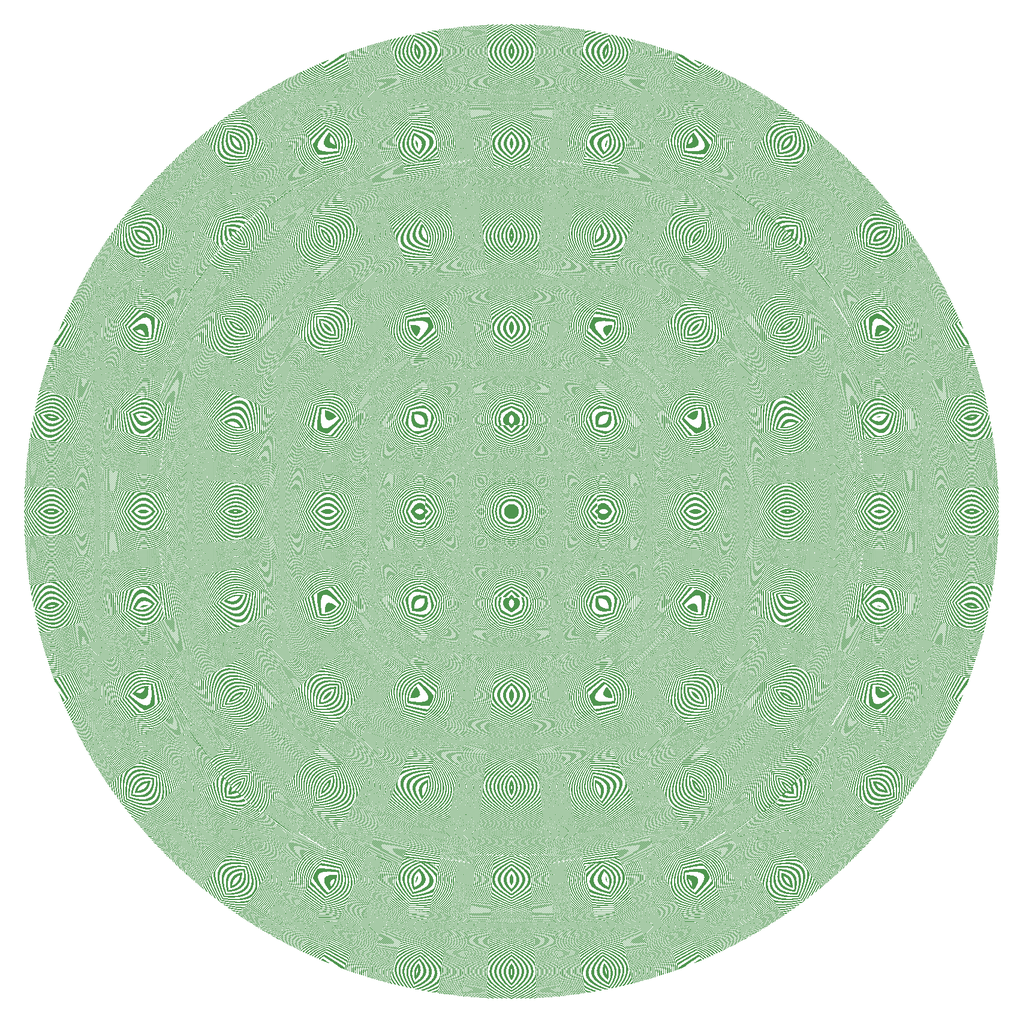
<source format=gbr>

%MOMM*%
%FSLAX36Y36*%
%LPD*%


M02*

%AMzone2000*
0 zone plate zones=10000 feature_limit=0.008 size_limit=100000 wavelength=0.00055 focallength=2000 name=zone2000 number=20*
0 pen is 0 starting zone is 4301 with feature size 0.008000 and diameter 137.586321*
1,1,137.586321,0,0,0*
1,0,137.570321,0,0,0*
1,1,137.554319,0,0,0*
1,0,137.538315,0,0,0*
1,1,137.522309,0,0,0*
1,0,137.506301,0,0,0*
1,1,137.490291,0,0,0*
1,0,137.474280,0,0,0*
1,1,137.458267,0,0,0*
1,0,137.442251,0,0,0*
1,1,137.426234,0,0,0*
1,0,137.410215,0,0,0*
1,1,137.394194,0,0,0*
1,0,137.378172,0,0,0*
1,1,137.362147,0,0,0*
1,0,137.346121,0,0,0*
1,1,137.330092,0,0,0*
1,0,137.314062,0,0,0*
1,1,137.298030,0,0,0*
1,0,137.281996,0,0,0*
1,1,137.265960,0,0,0*
1,0,137.249923,0,0,0*
1,1,137.233883,0,0,0*
1,0,137.217842,0,0,0*
1,1,137.201799,0,0,0*
1,0,137.185753,0,0,0*
1,1,137.169706,0,0,0*
1,0,137.153658,0,0,0*
1,1,137.137607,0,0,0*
1,0,137.121554,0,0,0*
1,1,137.105500,0,0,0*
1,0,137.089443,0,0,0*
1,1,137.073385,0,0,0*
1,0,137.057325,0,0,0*
1,1,137.041263,0,0,0*
1,0,137.025199,0,0,0*
1,1,137.009133,0,0,0*
1,0,136.993065,0,0,0*
1,1,136.976996,0,0,0*
1,0,136.960924,0,0,0*
1,1,136.944851,0,0,0*
1,0,136.928776,0,0,0*
1,1,136.912699,0,0,0*
1,0,136.896620,0,0,0*
1,1,136.880539,0,0,0*
1,0,136.864456,0,0,0*
1,1,136.848371,0,0,0*
1,0,136.832285,0,0,0*
1,1,136.816196,0,0,0*
1,0,136.800106,0,0,0*
1,1,136.784014,0,0,0*
1,0,136.767920,0,0,0*
1,1,136.751824,0,0,0*
1,0,136.735726,0,0,0*
1,1,136.719626,0,0,0*
1,0,136.703525,0,0,0*
1,1,136.687421,0,0,0*
1,0,136.671316,0,0,0*
1,1,136.655208,0,0,0*
1,0,136.639099,0,0,0*
1,1,136.622988,0,0,0*
1,0,136.606875,0,0,0*
1,1,136.590760,0,0,0*
1,0,136.574643,0,0,0*
1,1,136.558524,0,0,0*
1,0,136.542404,0,0,0*
1,1,136.526281,0,0,0*
1,0,136.510157,0,0,0*
1,1,136.494030,0,0,0*
1,0,136.477902,0,0,0*
1,1,136.461772,0,0,0*
1,0,136.445640,0,0,0*
1,1,136.429506,0,0,0*
1,0,136.413370,0,0,0*
1,1,136.397232,0,0,0*
1,0,136.381092,0,0,0*
1,1,136.364951,0,0,0*
1,0,136.348807,0,0,0*
1,1,136.332662,0,0,0*
1,0,136.316515,0,0,0*
1,1,136.300365,0,0,0*
1,0,136.284214,0,0,0*
1,1,136.268061,0,0,0*
1,0,136.251906,0,0,0*
1,1,136.235749,0,0,0*
1,0,136.219590,0,0,0*
1,1,136.203430,0,0,0*
1,0,136.187267,0,0,0*
1,1,136.171103,0,0,0*
1,0,136.154936,0,0,0*
1,1,136.138768,0,0,0*
1,0,136.122597,0,0,0*
1,1,136.106425,0,0,0*
1,0,136.090251,0,0,0*
1,1,136.074075,0,0,0*
1,0,136.057897,0,0,0*
1,1,136.041717,0,0,0*
1,0,136.025535,0,0,0*
1,1,136.009352,0,0,0*
1,0,135.993166,0,0,0*
1,1,135.976978,0,0,0*
1,0,135.960789,0,0,0*
1,1,135.944597,0,0,0*
1,0,135.928404,0,0,0*
1,1,135.912209,0,0,0*
1,0,135.896011,0,0,0*
1,1,135.879812,0,0,0*
1,0,135.863611,0,0,0*
1,1,135.847408,0,0,0*
1,0,135.831203,0,0,0*
1,1,135.814996,0,0,0*
1,0,135.798788,0,0,0*
1,1,135.782577,0,0,0*
1,0,135.766364,0,0,0*
1,1,135.750150,0,0,0*
1,0,135.733933,0,0,0*
1,1,135.717715,0,0,0*
1,0,135.701494,0,0,0*
1,1,135.685272,0,0,0*
1,0,135.669048,0,0,0*
1,1,135.652821,0,0,0*
1,0,135.636593,0,0,0*
1,1,135.620363,0,0,0*
1,0,135.604131,0,0,0*
1,1,135.587897,0,0,0*
1,0,135.571661,0,0,0*
1,1,135.555423,0,0,0*
1,0,135.539183,0,0,0*
1,1,135.522942,0,0,0*
1,0,135.506698,0,0,0*
1,1,135.490452,0,0,0*
1,0,135.474205,0,0,0*
1,1,135.457955,0,0,0*
1,0,135.441704,0,0,0*
1,1,135.425450,0,0,0*
1,0,135.409195,0,0,0*
1,1,135.392938,0,0,0*
1,0,135.376678,0,0,0*
1,1,135.360417,0,0,0*
1,0,135.344154,0,0,0*
1,1,135.327889,0,0,0*
1,0,135.311622,0,0,0*
1,1,135.295353,0,0,0*
1,0,135.279082,0,0,0*
1,1,135.262809,0,0,0*
1,0,135.246534,0,0,0*
1,1,135.230257,0,0,0*
1,0,135.213978,0,0,0*
1,1,135.197697,0,0,0*
1,0,135.181415,0,0,0*
1,1,135.165130,0,0,0*
1,0,135.148843,0,0,0*
1,1,135.132555,0,0,0*
1,0,135.116264,0,0,0*
1,1,135.099971,0,0,0*
1,0,135.083677,0,0,0*
1,1,135.067380,0,0,0*
1,0,135.051082,0,0,0*
1,1,135.034782,0,0,0*
1,0,135.018479,0,0,0*
1,1,135.002175,0,0,0*
1,0,134.985869,0,0,0*
1,1,134.969560,0,0,0*
1,0,134.953250,0,0,0*
1,1,134.936938,0,0,0*
1,0,134.920624,0,0,0*
1,1,134.904308,0,0,0*
1,0,134.887990,0,0,0*
1,1,134.871669,0,0,0*
1,0,134.855347,0,0,0*
1,1,134.839023,0,0,0*
1,0,134.822697,0,0,0*
1,1,134.806369,0,0,0*
1,0,134.790039,0,0,0*
1,1,134.773707,0,0,0*
1,0,134.757374,0,0,0*
1,1,134.741038,0,0,0*
1,0,134.724700,0,0,0*
1,1,134.708360,0,0,0*
1,0,134.692018,0,0,0*
1,1,134.675674,0,0,0*
1,0,134.659329,0,0,0*
1,1,134.642981,0,0,0*
1,0,134.626631,0,0,0*
1,1,134.610279,0,0,0*
1,0,134.593926,0,0,0*
1,1,134.577570,0,0,0*
1,0,134.561212,0,0,0*
1,1,134.544852,0,0,0*
1,0,134.528491,0,0,0*
1,1,134.512127,0,0,0*
1,0,134.495761,0,0,0*
1,1,134.479394,0,0,0*
1,0,134.463024,0,0,0*
1,1,134.446653,0,0,0*
1,0,134.430279,0,0,0*
1,1,134.413903,0,0,0*
1,0,134.397526,0,0,0*
1,1,134.381146,0,0,0*
1,0,134.364765,0,0,0*
1,1,134.348381,0,0,0*
1,0,134.331996,0,0,0*
1,1,134.315608,0,0,0*
1,0,134.299218,0,0,0*
1,1,134.282827,0,0,0*
1,0,134.266433,0,0,0*
1,1,134.250038,0,0,0*
1,0,134.233640,0,0,0*
1,1,134.217241,0,0,0*
1,0,134.200839,0,0,0*
1,1,134.184435,0,0,0*
1,0,134.168030,0,0,0*
1,1,134.151622,0,0,0*
1,0,134.135213,0,0,0*
1,1,134.118801,0,0,0*
1,0,134.102388,0,0,0*
1,1,134.085972,0,0,0*
1,0,134.069554,0,0,0*
1,1,134.053135,0,0,0*
1,0,134.036713,0,0,0*
1,1,134.020290,0,0,0*
1,0,134.003864,0,0,0*
1,1,133.987436,0,0,0*
1,0,133.971007,0,0,0*
1,1,133.954575,0,0,0*
1,0,133.938141,0,0,0*
1,1,133.921705,0,0,0*
1,0,133.905268,0,0,0*
1,1,133.888828,0,0,0*
1,0,133.872386,0,0,0*
1,1,133.855943,0,0,0*
1,0,133.839497,0,0,0*
1,1,133.823049,0,0,0*
1,0,133.806599,0,0,0*
1,1,133.790147,0,0,0*
1,0,133.773693,0,0,0*
1,1,133.757237,0,0,0*
1,0,133.740780,0,0,0*
1,1,133.724320,0,0,0*
1,0,133.707858,0,0,0*
1,1,133.691394,0,0,0*
1,0,133.674928,0,0,0*
1,1,133.658460,0,0,0*
1,0,133.641990,0,0,0*
1,1,133.625517,0,0,0*
1,0,133.609043,0,0,0*
1,1,133.592567,0,0,0*
1,0,133.576089,0,0,0*
1,1,133.559609,0,0,0*
1,0,133.543127,0,0,0*
1,1,133.526642,0,0,0*
1,0,133.510156,0,0,0*
1,1,133.493668,0,0,0*
1,0,133.477177,0,0,0*
1,1,133.460685,0,0,0*
1,0,133.444190,0,0,0*
1,1,133.427694,0,0,0*
1,0,133.411195,0,0,0*
1,1,133.394695,0,0,0*
1,0,133.378192,0,0,0*
1,1,133.361688,0,0,0*
1,0,133.345181,0,0,0*
1,1,133.328672,0,0,0*
1,0,133.312161,0,0,0*
1,1,133.295649,0,0,0*
1,0,133.279134,0,0,0*
1,1,133.262617,0,0,0*
1,0,133.246098,0,0,0*
1,1,133.229577,0,0,0*
1,0,133.213054,0,0,0*
1,1,133.196529,0,0,0*
1,0,133.180002,0,0,0*
1,1,133.163473,0,0,0*
1,0,133.146941,0,0,0*
1,1,133.130408,0,0,0*
1,0,133.113873,0,0,0*
1,1,133.097335,0,0,0*
1,0,133.080796,0,0,0*
1,1,133.064254,0,0,0*
1,0,133.047711,0,0,0*
1,1,133.031165,0,0,0*
1,0,133.014618,0,0,0*
1,1,132.998068,0,0,0*
1,0,132.981516,0,0,0*
1,1,132.964962,0,0,0*
1,0,132.948407,0,0,0*
1,1,132.931849,0,0,0*
1,0,132.915289,0,0,0*
1,1,132.898727,0,0,0*
1,0,132.882162,0,0,0*
1,1,132.865596,0,0,0*
1,0,132.849028,0,0,0*
1,1,132.832458,0,0,0*
1,0,132.815885,0,0,0*
1,1,132.799311,0,0,0*
1,0,132.782734,0,0,0*
1,1,132.766156,0,0,0*
1,0,132.749575,0,0,0*
1,1,132.732992,0,0,0*
1,0,132.716408,0,0,0*
1,1,132.699821,0,0,0*
1,0,132.683232,0,0,0*
1,1,132.666641,0,0,0*
1,0,132.650048,0,0,0*
1,1,132.633453,0,0,0*
1,0,132.616855,0,0,0*
1,1,132.600256,0,0,0*
1,0,132.583655,0,0,0*
1,1,132.567051,0,0,0*
1,0,132.550446,0,0,0*
1,1,132.533838,0,0,0*
1,0,132.517228,0,0,0*
1,1,132.500617,0,0,0*
1,0,132.484003,0,0,0*
1,1,132.467387,0,0,0*
1,0,132.450769,0,0,0*
1,1,132.434149,0,0,0*
1,0,132.417527,0,0,0*
1,1,132.400902,0,0,0*
1,0,132.384276,0,0,0*
1,1,132.367648,0,0,0*
1,0,132.351017,0,0,0*
1,1,132.334384,0,0,0*
1,0,132.317750,0,0,0*
1,1,132.301113,0,0,0*
1,0,132.284474,0,0,0*
1,1,132.267833,0,0,0*
1,0,132.251190,0,0,0*
1,1,132.234545,0,0,0*
1,0,132.217898,0,0,0*
1,1,132.201248,0,0,0*
1,0,132.184597,0,0,0*
1,1,132.167943,0,0,0*
1,0,132.151288,0,0,0*
1,1,132.134630,0,0,0*
1,0,132.117970,0,0,0*
1,1,132.101308,0,0,0*
1,0,132.084644,0,0,0*
1,1,132.067978,0,0,0*
1,0,132.051310,0,0,0*
1,1,132.034640,0,0,0*
1,0,132.017967,0,0,0*
1,1,132.001293,0,0,0*
1,0,131.984616,0,0,0*
1,1,131.967937,0,0,0*
1,0,131.951257,0,0,0*
1,1,131.934574,0,0,0*
1,0,131.917889,0,0,0*
1,1,131.901201,0,0,0*
1,0,131.884512,0,0,0*
1,1,131.867821,0,0,0*
1,0,131.851127,0,0,0*
1,1,131.834432,0,0,0*
1,0,131.817734,0,0,0*
1,1,131.801034,0,0,0*
1,0,131.784332,0,0,0*
1,1,131.767628,0,0,0*
1,0,131.750922,0,0,0*
1,1,131.734214,0,0,0*
1,0,131.717503,0,0,0*
1,1,131.700791,0,0,0*
1,0,131.684076,0,0,0*
1,1,131.667359,0,0,0*
1,0,131.650640,0,0,0*
1,1,131.633919,0,0,0*
1,0,131.617196,0,0,0*
1,1,131.600471,0,0,0*
1,0,131.583744,0,0,0*
1,1,131.567014,0,0,0*
1,0,131.550283,0,0,0*
1,1,131.533549,0,0,0*
1,0,131.516813,0,0,0*
1,1,131.500075,0,0,0*
1,0,131.483335,0,0,0*
1,1,131.466593,0,0,0*
1,0,131.449848,0,0,0*
1,1,131.433102,0,0,0*
1,0,131.416353,0,0,0*
1,1,131.399602,0,0,0*
1,0,131.382849,0,0,0*
1,1,131.366094,0,0,0*
1,0,131.349337,0,0,0*
1,1,131.332578,0,0,0*
1,0,131.315816,0,0,0*
1,1,131.299053,0,0,0*
1,0,131.282287,0,0,0*
1,1,131.265519,0,0,0*
1,0,131.248749,0,0,0*
1,1,131.231977,0,0,0*
1,0,131.215203,0,0,0*
1,1,131.198426,0,0,0*
1,0,131.181648,0,0,0*
1,1,131.164867,0,0,0*
1,0,131.148084,0,0,0*
1,1,131.131299,0,0,0*
1,0,131.114512,0,0,0*
1,1,131.097722,0,0,0*
1,0,131.080931,0,0,0*
1,1,131.064137,0,0,0*
1,0,131.047342,0,0,0*
1,1,131.030544,0,0,0*
1,0,131.013744,0,0,0*
1,1,130.996941,0,0,0*
1,0,130.980137,0,0,0*
1,1,130.963331,0,0,0*
1,0,130.946522,0,0,0*
1,1,130.929711,0,0,0*
1,0,130.912898,0,0,0*
1,1,130.896083,0,0,0*
1,0,130.879266,0,0,0*
1,1,130.862446,0,0,0*
1,0,130.845625,0,0,0*
1,1,130.828801,0,0,0*
1,0,130.811975,0,0,0*
1,1,130.795147,0,0,0*
1,0,130.778316,0,0,0*
1,1,130.761484,0,0,0*
1,0,130.744649,0,0,0*
1,1,130.727813,0,0,0*
1,0,130.710974,0,0,0*
1,1,130.694133,0,0,0*
1,0,130.677289,0,0,0*
1,1,130.660444,0,0,0*
1,0,130.643596,0,0,0*
1,1,130.626747,0,0,0*
1,0,130.609895,0,0,0*
1,1,130.593040,0,0,0*
1,0,130.576184,0,0,0*
1,1,130.559326,0,0,0*
1,0,130.542465,0,0,0*
1,1,130.525602,0,0,0*
1,0,130.508737,0,0,0*
1,1,130.491870,0,0,0*
1,0,130.475001,0,0,0*
1,1,130.458129,0,0,0*
1,0,130.441256,0,0,0*
1,1,130.424380,0,0,0*
1,0,130.407502,0,0,0*
1,1,130.390621,0,0,0*
1,0,130.373739,0,0,0*
1,1,130.356854,0,0,0*
1,0,130.339968,0,0,0*
1,1,130.323079,0,0,0*
1,0,130.306187,0,0,0*
1,1,130.289294,0,0,0*
1,0,130.272398,0,0,0*
1,1,130.255501,0,0,0*
1,0,130.238601,0,0,0*
1,1,130.221699,0,0,0*
1,0,130.204794,0,0,0*
1,1,130.187888,0,0,0*
1,0,130.170979,0,0,0*
1,1,130.154068,0,0,0*
1,0,130.137155,0,0,0*
1,1,130.120240,0,0,0*
1,0,130.103322,0,0,0*
1,1,130.086403,0,0,0*
1,0,130.069481,0,0,0*
1,1,130.052557,0,0,0*
1,0,130.035630,0,0,0*
1,1,130.018702,0,0,0*
1,0,130.001771,0,0,0*
1,1,129.984838,0,0,0*
1,0,129.967903,0,0,0*
1,1,129.950966,0,0,0*
1,0,129.934027,0,0,0*
1,1,129.917085,0,0,0*
1,0,129.900141,0,0,0*
1,1,129.883195,0,0,0*
1,0,129.866246,0,0,0*
1,1,129.849296,0,0,0*
1,0,129.832343,0,0,0*
1,1,129.815388,0,0,0*
1,0,129.798431,0,0,0*
1,1,129.781472,0,0,0*
1,0,129.764510,0,0,0*
1,1,129.747546,0,0,0*
1,0,129.730580,0,0,0*
1,1,129.713612,0,0,0*
1,0,129.696642,0,0,0*
1,1,129.679669,0,0,0*
1,0,129.662694,0,0,0*
1,1,129.645717,0,0,0*
1,0,129.628737,0,0,0*
1,1,129.611756,0,0,0*
1,0,129.594772,0,0,0*
1,1,129.577786,0,0,0*
1,0,129.560798,0,0,0*
1,1,129.543807,0,0,0*
1,0,129.526815,0,0,0*
1,1,129.509820,0,0,0*
1,0,129.492823,0,0,0*
1,1,129.475823,0,0,0*
1,0,129.458822,0,0,0*
1,1,129.441818,0,0,0*
1,0,129.424812,0,0,0*
1,1,129.407803,0,0,0*
1,0,129.390793,0,0,0*
1,1,129.373780,0,0,0*
1,0,129.356765,0,0,0*
1,1,129.339748,0,0,0*
1,0,129.322728,0,0,0*
1,1,129.305707,0,0,0*
1,0,129.288683,0,0,0*
1,1,129.271657,0,0,0*
1,0,129.254628,0,0,0*
1,1,129.237598,0,0,0*
1,0,129.220565,0,0,0*
1,1,129.203529,0,0,0*
1,0,129.186492,0,0,0*
1,1,129.169452,0,0,0*
1,0,129.152411,0,0,0*
1,1,129.135366,0,0,0*
1,0,129.118320,0,0,0*
1,1,129.101271,0,0,0*
1,0,129.084220,0,0,0*
1,1,129.067167,0,0,0*
1,0,129.050112,0,0,0*
1,1,129.033054,0,0,0*
1,0,129.015994,0,0,0*
1,1,128.998932,0,0,0*
1,0,128.981868,0,0,0*
1,1,128.964801,0,0,0*
1,0,128.947732,0,0,0*
1,1,128.930661,0,0,0*
1,0,128.913588,0,0,0*
1,1,128.896512,0,0,0*
1,0,128.879434,0,0,0*
1,1,128.862354,0,0,0*
1,0,128.845271,0,0,0*
1,1,128.828187,0,0,0*
1,0,128.811100,0,0,0*
1,1,128.794010,0,0,0*
1,0,128.776919,0,0,0*
1,1,128.759825,0,0,0*
1,0,128.742729,0,0,0*
1,1,128.725631,0,0,0*
1,0,128.708530,0,0,0*
1,1,128.691427,0,0,0*
1,0,128.674322,0,0,0*
1,1,128.657215,0,0,0*
1,0,128.640105,0,0,0*
1,1,128.622993,0,0,0*
1,0,128.605879,0,0,0*
1,1,128.588762,0,0,0*
1,0,128.571644,0,0,0*
1,1,128.554523,0,0,0*
1,0,128.537399,0,0,0*
1,1,128.520274,0,0,0*
1,0,128.503146,0,0,0*
1,1,128.486015,0,0,0*
1,0,128.468883,0,0,0*
1,1,128.451748,0,0,0*
1,0,128.434611,0,0,0*
1,1,128.417472,0,0,0*
1,0,128.400330,0,0,0*
1,1,128.383186,0,0,0*
1,0,128.366040,0,0,0*
1,1,128.348892,0,0,0*
1,0,128.331741,0,0,0*
1,1,128.314588,0,0,0*
1,0,128.297433,0,0,0*
1,1,128.280275,0,0,0*
1,0,128.263115,0,0,0*
1,1,128.245953,0,0,0*
1,0,128.228789,0,0,0*
1,1,128.211622,0,0,0*
1,0,128.194453,0,0,0*
1,1,128.177281,0,0,0*
1,0,128.160108,0,0,0*
1,1,128.142932,0,0,0*
1,0,128.125753,0,0,0*
1,1,128.108573,0,0,0*
1,0,128.091390,0,0,0*
1,1,128.074205,0,0,0*
1,0,128.057017,0,0,0*
1,1,128.039827,0,0,0*
1,0,128.022635,0,0,0*
1,1,128.005441,0,0,0*
1,0,127.988244,0,0,0*
1,1,127.971045,0,0,0*
1,0,127.953844,0,0,0*
1,1,127.936640,0,0,0*
1,0,127.919434,0,0,0*
1,1,127.902226,0,0,0*
1,0,127.885015,0,0,0*
1,1,127.867802,0,0,0*
1,0,127.850587,0,0,0*
1,1,127.833370,0,0,0*
1,0,127.816150,0,0,0*
1,1,127.798928,0,0,0*
1,0,127.781703,0,0,0*
1,1,127.764476,0,0,0*
1,0,127.747247,0,0,0*
1,1,127.730016,0,0,0*
1,0,127.712782,0,0,0*
1,1,127.695546,0,0,0*
1,0,127.678307,0,0,0*
1,1,127.661067,0,0,0*
1,0,127.643824,0,0,0*
1,1,127.626578,0,0,0*
1,0,127.609330,0,0,0*
1,1,127.592080,0,0,0*
1,0,127.574828,0,0,0*
1,1,127.557573,0,0,0*
1,0,127.540316,0,0,0*
1,1,127.523057,0,0,0*
1,0,127.505795,0,0,0*
1,1,127.488531,0,0,0*
1,0,127.471265,0,0,0*
1,1,127.453996,0,0,0*
1,0,127.436725,0,0,0*
1,1,127.419452,0,0,0*
1,0,127.402176,0,0,0*
1,1,127.384898,0,0,0*
1,0,127.367617,0,0,0*
1,1,127.350335,0,0,0*
1,0,127.333049,0,0,0*
1,1,127.315762,0,0,0*
1,0,127.298472,0,0,0*
1,1,127.281180,0,0,0*
1,0,127.263886,0,0,0*
1,1,127.246589,0,0,0*
1,0,127.229290,0,0,0*
1,1,127.211988,0,0,0*
1,0,127.194684,0,0,0*
1,1,127.177378,0,0,0*
1,0,127.160069,0,0,0*
1,1,127.142758,0,0,0*
1,0,127.125445,0,0,0*
1,1,127.108129,0,0,0*
1,0,127.090811,0,0,0*
1,1,127.073491,0,0,0*
1,0,127.056168,0,0,0*
1,1,127.038843,0,0,0*
1,0,127.021516,0,0,0*
1,1,127.004186,0,0,0*
1,0,126.986854,0,0,0*
1,1,126.969519,0,0,0*
1,0,126.952182,0,0,0*
1,1,126.934843,0,0,0*
1,0,126.917501,0,0,0*
1,1,126.900157,0,0,0*
1,0,126.882811,0,0,0*
1,1,126.865462,0,0,0*
1,0,126.848111,0,0,0*
1,1,126.830758,0,0,0*
1,0,126.813402,0,0,0*
1,1,126.796044,0,0,0*
1,0,126.778683,0,0,0*
1,1,126.761320,0,0,0*
1,0,126.743955,0,0,0*
1,1,126.726587,0,0,0*
1,0,126.709217,0,0,0*
1,1,126.691844,0,0,0*
1,0,126.674470,0,0,0*
1,1,126.657092,0,0,0*
1,0,126.639713,0,0,0*
1,1,126.622331,0,0,0*
1,0,126.604946,0,0,0*
1,1,126.587559,0,0,0*
1,0,126.570170,0,0,0*
1,1,126.552779,0,0,0*
1,0,126.535385,0,0,0*
1,1,126.517988,0,0,0*
1,0,126.500590,0,0,0*
1,1,126.483189,0,0,0*
1,0,126.465785,0,0,0*
1,1,126.448379,0,0,0*
1,0,126.430971,0,0,0*
1,1,126.413560,0,0,0*
1,0,126.396147,0,0,0*
1,1,126.378732,0,0,0*
1,0,126.361314,0,0,0*
1,1,126.343894,0,0,0*
1,0,126.326471,0,0,0*
1,1,126.309046,0,0,0*
1,0,126.291618,0,0,0*
1,1,126.274188,0,0,0*
1,0,126.256756,0,0,0*
1,1,126.239321,0,0,0*
1,0,126.221884,0,0,0*
1,1,126.204445,0,0,0*
1,0,126.187003,0,0,0*
1,1,126.169559,0,0,0*
1,0,126.152112,0,0,0*
1,1,126.134663,0,0,0*
1,0,126.117211,0,0,0*
1,1,126.099757,0,0,0*
1,0,126.082301,0,0,0*
1,1,126.064842,0,0,0*
1,0,126.047381,0,0,0*
1,1,126.029917,0,0,0*
1,0,126.012451,0,0,0*
1,1,125.994983,0,0,0*
1,0,125.977512,0,0,0*
1,1,125.960038,0,0,0*
1,0,125.942563,0,0,0*
1,1,125.925085,0,0,0*
1,0,125.907604,0,0,0*
1,1,125.890121,0,0,0*
1,0,125.872636,0,0,0*
1,1,125.855148,0,0,0*
1,0,125.837658,0,0,0*
1,1,125.820165,0,0,0*
1,0,125.802670,0,0,0*
1,1,125.785172,0,0,0*
1,0,125.767672,0,0,0*
1,1,125.750170,0,0,0*
1,0,125.732665,0,0,0*
1,1,125.715157,0,0,0*
1,0,125.697648,0,0,0*
1,1,125.680136,0,0,0*
1,0,125.662621,0,0,0*
1,1,125.645104,0,0,0*
1,0,125.627584,0,0,0*
1,1,125.610062,0,0,0*
1,0,125.592538,0,0,0*
1,1,125.575011,0,0,0*
1,0,125.557482,0,0,0*
1,1,125.539950,0,0,0*
1,0,125.522416,0,0,0*
1,1,125.504880,0,0,0*
1,0,125.487341,0,0,0*
1,1,125.469799,0,0,0*
1,0,125.452255,0,0,0*
1,1,125.434709,0,0,0*
1,0,125.417160,0,0,0*
1,1,125.399609,0,0,0*
1,0,125.382055,0,0,0*
1,1,125.364499,0,0,0*
1,0,125.346940,0,0,0*
1,1,125.329379,0,0,0*
1,0,125.311815,0,0,0*
1,1,125.294249,0,0,0*
1,0,125.276681,0,0,0*
1,1,125.259110,0,0,0*
1,0,125.241536,0,0,0*
1,1,125.223960,0,0,0*
1,0,125.206382,0,0,0*
1,1,125.188801,0,0,0*
1,0,125.171218,0,0,0*
1,1,125.153632,0,0,0*
1,0,125.136044,0,0,0*
1,1,125.118453,0,0,0*
1,0,125.100860,0,0,0*
1,1,125.083264,0,0,0*
1,0,125.065666,0,0,0*
1,1,125.048066,0,0,0*
1,0,125.030462,0,0,0*
1,1,125.012857,0,0,0*
1,0,124.995249,0,0,0*
1,1,124.977638,0,0,0*
1,0,124.960025,0,0,0*
1,1,124.942410,0,0,0*
1,0,124.924792,0,0,0*
1,1,124.907172,0,0,0*
1,0,124.889549,0,0,0*
1,1,124.871923,0,0,0*
1,0,124.854295,0,0,0*
1,1,124.836665,0,0,0*
1,0,124.819032,0,0,0*
1,1,124.801397,0,0,0*
1,0,124.783759,0,0,0*
1,1,124.766119,0,0,0*
1,0,124.748476,0,0,0*
1,1,124.730831,0,0,0*
1,0,124.713183,0,0,0*
1,1,124.695533,0,0,0*
1,0,124.677880,0,0,0*
1,1,124.660224,0,0,0*
1,0,124.642567,0,0,0*
1,1,124.624906,0,0,0*
1,0,124.607244,0,0,0*
1,1,124.589578,0,0,0*
1,0,124.571910,0,0,0*
1,1,124.554240,0,0,0*
1,0,124.536567,0,0,0*
1,1,124.518892,0,0,0*
1,0,124.501214,0,0,0*
1,1,124.483534,0,0,0*
1,0,124.465851,0,0,0*
1,1,124.448166,0,0,0*
1,0,124.430478,0,0,0*
1,1,124.412788,0,0,0*
1,0,124.395095,0,0,0*
1,1,124.377399,0,0,0*
1,0,124.359701,0,0,0*
1,1,124.342001,0,0,0*
1,0,124.324298,0,0,0*
1,1,124.306593,0,0,0*
1,0,124.288885,0,0,0*
1,1,124.271174,0,0,0*
1,0,124.253461,0,0,0*
1,1,124.235746,0,0,0*
1,0,124.218027,0,0,0*
1,1,124.200307,0,0,0*
1,0,124.182584,0,0,0*
1,1,124.164858,0,0,0*
1,0,124.147130,0,0,0*
1,1,124.129399,0,0,0*
1,0,124.111666,0,0,0*
1,1,124.093930,0,0,0*
1,0,124.076192,0,0,0*
1,1,124.058451,0,0,0*
1,0,124.040708,0,0,0*
1,1,124.022962,0,0,0*
1,0,124.005213,0,0,0*
1,1,123.987462,0,0,0*
1,0,123.969709,0,0,0*
1,1,123.951953,0,0,0*
1,0,123.934194,0,0,0*
1,1,123.916433,0,0,0*
1,0,123.898669,0,0,0*
1,1,123.880903,0,0,0*
1,0,123.863134,0,0,0*
1,1,123.845363,0,0,0*
1,0,123.827589,0,0,0*
1,1,123.809813,0,0,0*
1,0,123.792034,0,0,0*
1,1,123.774252,0,0,0*
1,0,123.756468,0,0,0*
1,1,123.738681,0,0,0*
1,0,123.720892,0,0,0*
1,1,123.703101,0,0,0*
1,0,123.685306,0,0,0*
1,1,123.667509,0,0,0*
1,0,123.649710,0,0,0*
1,1,123.631908,0,0,0*
1,0,123.614103,0,0,0*
1,1,123.596296,0,0,0*
1,0,123.578487,0,0,0*
1,1,123.560674,0,0,0*
1,0,123.542860,0,0,0*
1,1,123.525042,0,0,0*
1,0,123.507222,0,0,0*
1,1,123.489400,0,0,0*
1,0,123.471575,0,0,0*
1,1,123.453747,0,0,0*
1,0,123.435917,0,0,0*
1,1,123.418084,0,0,0*
1,0,123.400249,0,0,0*
1,1,123.382411,0,0,0*
1,0,123.364570,0,0,0*
1,1,123.346727,0,0,0*
1,0,123.328882,0,0,0*
1,1,123.311033,0,0,0*
1,0,123.293183,0,0,0*
1,1,123.275329,0,0,0*
1,0,123.257473,0,0,0*
1,1,123.239615,0,0,0*
1,0,123.221753,0,0,0*
1,1,123.203890,0,0,0*
1,0,123.186023,0,0,0*
1,1,123.168154,0,0,0*
1,0,123.150283,0,0,0*
1,1,123.132409,0,0,0*
1,0,123.114532,0,0,0*
1,1,123.096653,0,0,0*
1,0,123.078771,0,0,0*
1,1,123.060886,0,0,0*
1,0,123.042999,0,0,0*
1,1,123.025110,0,0,0*
1,0,123.007217,0,0,0*
1,1,122.989322,0,0,0*
1,0,122.971425,0,0,0*
1,1,122.953525,0,0,0*
1,0,122.935622,0,0,0*
1,1,122.917717,0,0,0*
1,0,122.899809,0,0,0*
1,1,122.881898,0,0,0*
1,0,122.863985,0,0,0*
1,1,122.846070,0,0,0*
1,0,122.828151,0,0,0*
1,1,122.810230,0,0,0*
1,0,122.792307,0,0,0*
1,1,122.774381,0,0,0*
1,0,122.756452,0,0,0*
1,1,122.738520,0,0,0*
1,0,122.720586,0,0,0*
1,1,122.702650,0,0,0*
1,0,122.684710,0,0,0*
1,1,122.666768,0,0,0*
1,0,122.648824,0,0,0*
1,1,122.630877,0,0,0*
1,0,122.612927,0,0,0*
1,1,122.594975,0,0,0*
1,0,122.577020,0,0,0*
1,1,122.559062,0,0,0*
1,0,122.541102,0,0,0*
1,1,122.523139,0,0,0*
1,0,122.505173,0,0,0*
1,1,122.487205,0,0,0*
1,0,122.469234,0,0,0*
1,1,122.451261,0,0,0*
1,0,122.433285,0,0,0*
1,1,122.415306,0,0,0*
1,0,122.397325,0,0,0*
1,1,122.379341,0,0,0*
1,0,122.361354,0,0,0*
1,1,122.343365,0,0,0*
1,0,122.325373,0,0,0*
1,1,122.307379,0,0,0*
1,0,122.289381,0,0,0*
1,1,122.271381,0,0,0*
1,0,122.253379,0,0,0*
1,1,122.235374,0,0,0*
1,0,122.217366,0,0,0*
1,1,122.199356,0,0,0*
1,0,122.181343,0,0,0*
1,1,122.163327,0,0,0*
1,0,122.145308,0,0,0*
1,1,122.127287,0,0,0*
1,0,122.109264,0,0,0*
1,1,122.091237,0,0,0*
1,0,122.073208,0,0,0*
1,1,122.055177,0,0,0*
1,0,122.037142,0,0,0*
1,1,122.019105,0,0,0*
1,0,122.001065,0,0,0*
1,1,121.983023,0,0,0*
1,0,121.964978,0,0,0*
1,1,121.946930,0,0,0*
1,0,121.928880,0,0,0*
1,1,121.910827,0,0,0*
1,0,121.892771,0,0,0*
1,1,121.874713,0,0,0*
1,0,121.856652,0,0,0*
1,1,121.838588,0,0,0*
1,0,121.820522,0,0,0*
1,1,121.802453,0,0,0*
1,0,121.784381,0,0,0*
1,1,121.766307,0,0,0*
1,0,121.748229,0,0,0*
1,1,121.730150,0,0,0*
1,0,121.712067,0,0,0*
1,1,121.693982,0,0,0*
1,0,121.675894,0,0,0*
1,1,121.657804,0,0,0*
1,0,121.639711,0,0,0*
1,1,121.621615,0,0,0*
1,0,121.603516,0,0,0*
1,1,121.585415,0,0,0*
1,0,121.567311,0,0,0*
1,1,121.549204,0,0,0*
1,0,121.531095,0,0,0*
1,1,121.512983,0,0,0*
1,0,121.494868,0,0,0*
1,1,121.476750,0,0,0*
1,0,121.458630,0,0,0*
1,1,121.440507,0,0,0*
1,0,121.422382,0,0,0*
1,1,121.404254,0,0,0*
1,0,121.386123,0,0,0*
1,1,121.367989,0,0,0*
1,0,121.349853,0,0,0*
1,1,121.331713,0,0,0*
1,0,121.313572,0,0,0*
1,1,121.295427,0,0,0*
1,0,121.277280,0,0,0*
1,1,121.259130,0,0,0*
1,0,121.240977,0,0,0*
1,1,121.222822,0,0,0*
1,0,121.204664,0,0,0*
1,1,121.186503,0,0,0*
1,0,121.168339,0,0,0*
1,1,121.150173,0,0,0*
1,0,121.132004,0,0,0*
1,1,121.113833,0,0,0*
1,0,121.095658,0,0,0*
1,1,121.077481,0,0,0*
1,0,121.059301,0,0,0*
1,1,121.041119,0,0,0*
1,0,121.022933,0,0,0*
1,1,121.004745,0,0,0*
1,0,120.986554,0,0,0*
1,1,120.968361,0,0,0*
1,0,120.950165,0,0,0*
1,1,120.931966,0,0,0*
1,0,120.913764,0,0,0*
1,1,120.895559,0,0,0*
1,0,120.877352,0,0,0*
1,1,120.859142,0,0,0*
1,0,120.840930,0,0,0*
1,1,120.822714,0,0,0*
1,0,120.804496,0,0,0*
1,1,120.786275,0,0,0*
1,0,120.768051,0,0,0*
1,1,120.749825,0,0,0*
1,0,120.731596,0,0,0*
1,1,120.713364,0,0,0*
1,0,120.695129,0,0,0*
1,1,120.676892,0,0,0*
1,0,120.658652,0,0,0*
1,1,120.640409,0,0,0*
1,0,120.622163,0,0,0*
1,1,120.603915,0,0,0*
1,0,120.585663,0,0,0*
1,1,120.567409,0,0,0*
1,0,120.549153,0,0,0*
1,1,120.530893,0,0,0*
1,0,120.512631,0,0,0*
1,1,120.494366,0,0,0*
1,0,120.476098,0,0,0*
1,1,120.457828,0,0,0*
1,0,120.439554,0,0,0*
1,1,120.421278,0,0,0*
1,0,120.402999,0,0,0*
1,1,120.384718,0,0,0*
1,0,120.366433,0,0,0*
1,1,120.348146,0,0,0*
1,0,120.329856,0,0,0*
1,1,120.311563,0,0,0*
1,0,120.293268,0,0,0*
1,1,120.274970,0,0,0*
1,0,120.256669,0,0,0*
1,1,120.238365,0,0,0*
1,0,120.220058,0,0,0*
1,1,120.201749,0,0,0*
1,0,120.183436,0,0,0*
1,1,120.165121,0,0,0*
1,0,120.146804,0,0,0*
1,1,120.128483,0,0,0*
1,0,120.110160,0,0,0*
1,1,120.091833,0,0,0*
1,0,120.073505,0,0,0*
1,1,120.055173,0,0,0*
1,0,120.036838,0,0,0*
1,1,120.018501,0,0,0*
1,0,120.000161,0,0,0*
1,1,119.981818,0,0,0*
1,0,119.963472,0,0,0*
1,1,119.945123,0,0,0*
1,0,119.926772,0,0,0*
1,1,119.908418,0,0,0*
1,0,119.890061,0,0,0*
1,1,119.871701,0,0,0*
1,0,119.853338,0,0,0*
1,1,119.834973,0,0,0*
1,0,119.816605,0,0,0*
1,1,119.798234,0,0,0*
1,0,119.779860,0,0,0*
1,1,119.761483,0,0,0*
1,0,119.743104,0,0,0*
1,1,119.724721,0,0,0*
1,0,119.706336,0,0,0*
1,1,119.687948,0,0,0*
1,0,119.669558,0,0,0*
1,1,119.651164,0,0,0*
1,0,119.632768,0,0,0*
1,1,119.614368,0,0,0*
1,0,119.595966,0,0,0*
1,1,119.577561,0,0,0*
1,0,119.559154,0,0,0*
1,1,119.540743,0,0,0*
1,0,119.522330,0,0,0*
1,1,119.503913,0,0,0*
1,0,119.485494,0,0,0*
1,1,119.467072,0,0,0*
1,0,119.448648,0,0,0*
1,1,119.430220,0,0,0*
1,0,119.411790,0,0,0*
1,1,119.393356,0,0,0*
1,0,119.374920,0,0,0*
1,1,119.356481,0,0,0*
1,0,119.338040,0,0,0*
1,1,119.319595,0,0,0*
1,0,119.301147,0,0,0*
1,1,119.282697,0,0,0*
1,0,119.264244,0,0,0*
1,1,119.245788,0,0,0*
1,0,119.227329,0,0,0*
1,1,119.208867,0,0,0*
1,0,119.190402,0,0,0*
1,1,119.171935,0,0,0*
1,0,119.153465,0,0,0*
1,1,119.134991,0,0,0*
1,0,119.116515,0,0,0*
1,1,119.098036,0,0,0*
1,0,119.079555,0,0,0*
1,1,119.061070,0,0,0*
1,0,119.042582,0,0,0*
1,1,119.024092,0,0,0*
1,0,119.005599,0,0,0*
1,1,118.987103,0,0,0*
1,0,118.968604,0,0,0*
1,1,118.950102,0,0,0*
1,0,118.931597,0,0,0*
1,1,118.913089,0,0,0*
1,0,118.894579,0,0,0*
1,1,118.876065,0,0,0*
1,0,118.857549,0,0,0*
1,1,118.839030,0,0,0*
1,0,118.820508,0,0,0*
1,1,118.801983,0,0,0*
1,0,118.783455,0,0,0*
1,1,118.764924,0,0,0*
1,0,118.746391,0,0,0*
1,1,118.727854,0,0,0*
1,0,118.709315,0,0,0*
1,1,118.690773,0,0,0*
1,0,118.672228,0,0,0*
1,1,118.653680,0,0,0*
1,0,118.635129,0,0,0*
1,1,118.616575,0,0,0*
1,0,118.598018,0,0,0*
1,1,118.579458,0,0,0*
1,0,118.560896,0,0,0*
1,1,118.542330,0,0,0*
1,0,118.523762,0,0,0*
1,1,118.505191,0,0,0*
1,0,118.486616,0,0,0*
1,1,118.468039,0,0,0*
1,0,118.449459,0,0,0*
1,1,118.430876,0,0,0*
1,0,118.412291,0,0,0*
1,1,118.393702,0,0,0*
1,0,118.375110,0,0,0*
1,1,118.356516,0,0,0*
1,0,118.337918,0,0,0*
1,1,118.319318,0,0,0*
1,0,118.300714,0,0,0*
1,1,118.282108,0,0,0*
1,0,118.263499,0,0,0*
1,1,118.244887,0,0,0*
1,0,118.226272,0,0,0*
1,1,118.207654,0,0,0*
1,0,118.189033,0,0,0*
1,1,118.170409,0,0,0*
1,0,118.151782,0,0,0*
1,1,118.133152,0,0,0*
1,0,118.114520,0,0,0*
1,1,118.095884,0,0,0*
1,0,118.077246,0,0,0*
1,1,118.058604,0,0,0*
1,0,118.039960,0,0,0*
1,1,118.021313,0,0,0*
1,0,118.002662,0,0,0*
1,1,117.984009,0,0,0*
1,0,117.965353,0,0,0*
1,1,117.946694,0,0,0*
1,0,117.928032,0,0,0*
1,1,117.909367,0,0,0*
1,0,117.890699,0,0,0*
1,1,117.872028,0,0,0*
1,0,117.853354,0,0,0*
1,1,117.834677,0,0,0*
1,0,117.815997,0,0,0*
1,1,117.797314,0,0,0*
1,0,117.778629,0,0,0*
1,1,117.759940,0,0,0*
1,0,117.741248,0,0,0*
1,1,117.722554,0,0,0*
1,0,117.703856,0,0,0*
1,1,117.685156,0,0,0*
1,0,117.666452,0,0,0*
1,1,117.647746,0,0,0*
1,0,117.629036,0,0,0*
1,1,117.610324,0,0,0*
1,0,117.591608,0,0,0*
1,1,117.572890,0,0,0*
1,0,117.554168,0,0,0*
1,1,117.535444,0,0,0*
1,0,117.516717,0,0,0*
1,1,117.497987,0,0,0*
1,0,117.479253,0,0,0*
1,1,117.460517,0,0,0*
1,0,117.441778,0,0,0*
1,1,117.423035,0,0,0*
1,0,117.404290,0,0,0*
1,1,117.385542,0,0,0*
1,0,117.366791,0,0,0*
1,1,117.348036,0,0,0*
1,0,117.329279,0,0,0*
1,1,117.310519,0,0,0*
1,0,117.291756,0,0,0*
1,1,117.272990,0,0,0*
1,0,117.254220,0,0,0*
1,1,117.235448,0,0,0*
1,0,117.216673,0,0,0*
1,1,117.197895,0,0,0*
1,0,117.179114,0,0,0*
1,1,117.160329,0,0,0*
1,0,117.141542,0,0,0*
1,1,117.122752,0,0,0*
1,0,117.103959,0,0,0*
1,1,117.085162,0,0,0*
1,0,117.066363,0,0,0*
1,1,117.047561,0,0,0*
1,0,117.028755,0,0,0*
1,1,117.009947,0,0,0*
1,0,116.991136,0,0,0*
1,1,116.972321,0,0,0*
1,0,116.953504,0,0,0*
1,1,116.934683,0,0,0*
1,0,116.915860,0,0,0*
1,1,116.897033,0,0,0*
1,0,116.878204,0,0,0*
1,1,116.859371,0,0,0*
1,0,116.840536,0,0,0*
1,1,116.821697,0,0,0*
1,0,116.802855,0,0,0*
1,1,116.784011,0,0,0*
1,0,116.765163,0,0,0*
1,1,116.746312,0,0,0*
1,0,116.727458,0,0,0*
1,1,116.708601,0,0,0*
1,0,116.689742,0,0,0*
1,1,116.670879,0,0,0*
1,0,116.652013,0,0,0*
1,1,116.633144,0,0,0*
1,0,116.614271,0,0,0*
1,1,116.595396,0,0,0*
1,0,116.576518,0,0,0*
1,1,116.557637,0,0,0*
1,0,116.538752,0,0,0*
1,1,116.519865,0,0,0*
1,0,116.500975,0,0,0*
1,1,116.482081,0,0,0*
1,0,116.463185,0,0,0*
1,1,116.444285,0,0,0*
1,0,116.425382,0,0,0*
1,1,116.406477,0,0,0*
1,0,116.387568,0,0,0*
1,1,116.368656,0,0,0*
1,0,116.349741,0,0,0*
1,1,116.330823,0,0,0*
1,0,116.311902,0,0,0*
1,1,116.292977,0,0,0*
1,0,116.274050,0,0,0*
1,1,116.255120,0,0,0*
1,0,116.236186,0,0,0*
1,1,116.217250,0,0,0*
1,0,116.198310,0,0,0*
1,1,116.179368,0,0,0*
1,0,116.160422,0,0,0*
1,1,116.141473,0,0,0*
1,0,116.122521,0,0,0*
1,1,116.103566,0,0,0*
1,0,116.084608,0,0,0*
1,1,116.065647,0,0,0*
1,0,116.046682,0,0,0*
1,1,116.027715,0,0,0*
1,0,116.008744,0,0,0*
1,1,115.989771,0,0,0*
1,0,115.970794,0,0,0*
1,1,115.951814,0,0,0*
1,0,115.932831,0,0,0*
1,1,115.913845,0,0,0*
1,0,115.894856,0,0,0*
1,1,115.875864,0,0,0*
1,0,115.856869,0,0,0*
1,1,115.837870,0,0,0*
1,0,115.818869,0,0,0*
1,1,115.799864,0,0,0*
1,0,115.780856,0,0,0*
1,1,115.761845,0,0,0*
1,0,115.742831,0,0,0*
1,1,115.723814,0,0,0*
1,0,115.704794,0,0,0*
1,1,115.685770,0,0,0*
1,0,115.666744,0,0,0*
1,1,115.647714,0,0,0*
1,0,115.628681,0,0,0*
1,1,115.609645,0,0,0*
1,0,115.590606,0,0,0*
1,1,115.571564,0,0,0*
1,0,115.552519,0,0,0*
1,1,115.533470,0,0,0*
1,0,115.514419,0,0,0*
1,1,115.495364,0,0,0*
1,0,115.476306,0,0,0*
1,1,115.457245,0,0,0*
1,0,115.438181,0,0,0*
1,1,115.419113,0,0,0*
1,0,115.400043,0,0,0*
1,1,115.380969,0,0,0*
1,0,115.361892,0,0,0*
1,1,115.342813,0,0,0*
1,0,115.323729,0,0,0*
1,1,115.304643,0,0,0*
1,0,115.285554,0,0,0*
1,1,115.266461,0,0,0*
1,0,115.247366,0,0,0*
1,1,115.228267,0,0,0*
1,0,115.209165,0,0,0*
1,1,115.190059,0,0,0*
1,0,115.170951,0,0,0*
1,1,115.151840,0,0,0*
1,0,115.132725,0,0,0*
1,1,115.113607,0,0,0*
1,0,115.094486,0,0,0*
1,1,115.075362,0,0,0*
1,0,115.056234,0,0,0*
1,1,115.037104,0,0,0*
1,0,115.017970,0,0,0*
1,1,114.998833,0,0,0*
1,0,114.979693,0,0,0*
1,1,114.960550,0,0,0*
1,0,114.941403,0,0,0*
1,1,114.922253,0,0,0*
1,0,114.903100,0,0,0*
1,1,114.883944,0,0,0*
1,0,114.864785,0,0,0*
1,1,114.845623,0,0,0*
1,0,114.826457,0,0,0*
1,1,114.807288,0,0,0*
1,0,114.788116,0,0,0*
1,1,114.768941,0,0,0*
1,0,114.749763,0,0,0*
1,1,114.730581,0,0,0*
1,0,114.711396,0,0,0*
1,1,114.692208,0,0,0*
1,0,114.673017,0,0,0*
1,1,114.653822,0,0,0*
1,0,114.634625,0,0,0*
1,1,114.615424,0,0,0*
1,0,114.596220,0,0,0*
1,1,114.577012,0,0,0*
1,0,114.557802,0,0,0*
1,1,114.538588,0,0,0*
1,0,114.519371,0,0,0*
1,1,114.500151,0,0,0*
1,0,114.480927,0,0,0*
1,1,114.461701,0,0,0*
1,0,114.442471,0,0,0*
1,1,114.423238,0,0,0*
1,0,114.404001,0,0,0*
1,1,114.384762,0,0,0*
1,0,114.365519,0,0,0*
1,1,114.346273,0,0,0*
1,0,114.327024,0,0,0*
1,1,114.307771,0,0,0*
1,0,114.288515,0,0,0*
1,1,114.269256,0,0,0*
1,0,114.249994,0,0,0*
1,1,114.230729,0,0,0*
1,0,114.211460,0,0,0*
1,1,114.192188,0,0,0*
1,0,114.172913,0,0,0*
1,1,114.153634,0,0,0*
1,0,114.134352,0,0,0*
1,1,114.115067,0,0,0*
1,0,114.095779,0,0,0*
1,1,114.076488,0,0,0*
1,0,114.057193,0,0,0*
1,1,114.037895,0,0,0*
1,0,114.018593,0,0,0*
1,1,113.999289,0,0,0*
1,0,113.979981,0,0,0*
1,1,113.960670,0,0,0*
1,0,113.941356,0,0,0*
1,1,113.922038,0,0,0*
1,0,113.902717,0,0,0*
1,1,113.883393,0,0,0*
1,0,113.864065,0,0,0*
1,1,113.844735,0,0,0*
1,0,113.825401,0,0,0*
1,1,113.806063,0,0,0*
1,0,113.786723,0,0,0*
1,1,113.767379,0,0,0*
1,0,113.748032,0,0,0*
1,1,113.728681,0,0,0*
1,0,113.709327,0,0,0*
1,1,113.689970,0,0,0*
1,0,113.670610,0,0,0*
1,1,113.651246,0,0,0*
1,0,113.631879,0,0,0*
1,1,113.612509,0,0,0*
1,0,113.593136,0,0,0*
1,1,113.573759,0,0,0*
1,0,113.554379,0,0,0*
1,1,113.534995,0,0,0*
1,0,113.515609,0,0,0*
1,1,113.496219,0,0,0*
1,0,113.476825,0,0,0*
1,1,113.457428,0,0,0*
1,0,113.438028,0,0,0*
1,1,113.418625,0,0,0*
1,0,113.399219,0,0,0*
1,1,113.379809,0,0,0*
1,0,113.360395,0,0,0*
1,1,113.340979,0,0,0*
1,0,113.321559,0,0,0*
1,1,113.302136,0,0,0*
1,0,113.282709,0,0,0*
1,1,113.263279,0,0,0*
1,0,113.243846,0,0,0*
1,1,113.224409,0,0,0*
1,0,113.204970,0,0,0*
1,1,113.185526,0,0,0*
1,0,113.166080,0,0,0*
1,1,113.146630,0,0,0*
1,0,113.127177,0,0,0*
1,1,113.107720,0,0,0*
1,0,113.088260,0,0,0*
1,1,113.068797,0,0,0*
1,0,113.049330,0,0,0*
1,1,113.029860,0,0,0*
1,0,113.010387,0,0,0*
1,1,112.990910,0,0,0*
1,0,112.971430,0,0,0*
1,1,112.951947,0,0,0*
1,0,112.932460,0,0,0*
1,1,112.912970,0,0,0*
1,0,112.893476,0,0,0*
1,1,112.873980,0,0,0*
1,0,112.854479,0,0,0*
1,1,112.834976,0,0,0*
1,0,112.815469,0,0,0*
1,1,112.795959,0,0,0*
1,0,112.776445,0,0,0*
1,1,112.756928,0,0,0*
1,0,112.737407,0,0,0*
1,1,112.717884,0,0,0*
1,0,112.698356,0,0,0*
1,1,112.678826,0,0,0*
1,0,112.659292,0,0,0*
1,1,112.639754,0,0,0*
1,0,112.620214,0,0,0*
1,1,112.600670,0,0,0*
1,0,112.581122,0,0,0*
1,1,112.561571,0,0,0*
1,0,112.542017,0,0,0*
1,1,112.522459,0,0,0*
1,0,112.502898,0,0,0*
1,1,112.483334,0,0,0*
1,0,112.463766,0,0,0*
1,1,112.444194,0,0,0*
1,0,112.424620,0,0,0*
1,1,112.405042,0,0,0*
1,0,112.385460,0,0,0*
1,1,112.365875,0,0,0*
1,0,112.346287,0,0,0*
1,1,112.326695,0,0,0*
1,0,112.307100,0,0,0*
1,1,112.287501,0,0,0*
1,0,112.267899,0,0,0*
1,1,112.248294,0,0,0*
1,0,112.228685,0,0,0*
1,1,112.209073,0,0,0*
1,0,112.189457,0,0,0*
1,1,112.169838,0,0,0*
1,0,112.150216,0,0,0*
1,1,112.130590,0,0,0*
1,0,112.110960,0,0,0*
1,1,112.091327,0,0,0*
1,0,112.071691,0,0,0*
1,1,112.052051,0,0,0*
1,0,112.032408,0,0,0*
1,1,112.012762,0,0,0*
1,0,111.993112,0,0,0*
1,1,111.973458,0,0,0*
1,0,111.953801,0,0,0*
1,1,111.934141,0,0,0*
1,0,111.914477,0,0,0*
1,1,111.894810,0,0,0*
1,0,111.875139,0,0,0*
1,1,111.855465,0,0,0*
1,0,111.835787,0,0,0*
1,1,111.816106,0,0,0*
1,0,111.796421,0,0,0*
1,1,111.776733,0,0,0*
1,0,111.757042,0,0,0*
1,1,111.737347,0,0,0*
1,0,111.717648,0,0,0*
1,1,111.697947,0,0,0*
1,0,111.678241,0,0,0*
1,1,111.658532,0,0,0*
1,0,111.638820,0,0,0*
1,1,111.619104,0,0,0*
1,0,111.599385,0,0,0*
1,1,111.579662,0,0,0*
1,0,111.559936,0,0,0*
1,1,111.540206,0,0,0*
1,0,111.520473,0,0,0*
1,1,111.500736,0,0,0*
1,0,111.480996,0,0,0*
1,1,111.461252,0,0,0*
1,0,111.441505,0,0,0*
1,1,111.421754,0,0,0*
1,0,111.402000,0,0,0*
1,1,111.382242,0,0,0*
1,0,111.362481,0,0,0*
1,1,111.342716,0,0,0*
1,0,111.322948,0,0,0*
1,1,111.303176,0,0,0*
1,0,111.283401,0,0,0*
1,1,111.263622,0,0,0*
1,0,111.243840,0,0,0*
1,1,111.224054,0,0,0*
1,0,111.204265,0,0,0*
1,1,111.184472,0,0,0*
1,0,111.164676,0,0,0*
1,1,111.144876,0,0,0*
1,0,111.125073,0,0,0*
1,1,111.105266,0,0,0*
1,0,111.085455,0,0,0*
1,1,111.065641,0,0,0*
1,0,111.045824,0,0,0*
1,1,111.026003,0,0,0*
1,0,111.006178,0,0,0*
1,1,110.986350,0,0,0*
1,0,110.966518,0,0,0*
1,1,110.946683,0,0,0*
1,0,110.926844,0,0,0*
1,1,110.907002,0,0,0*
1,0,110.887156,0,0,0*
1,1,110.867307,0,0,0*
1,0,110.847454,0,0,0*
1,1,110.827598,0,0,0*
1,0,110.807738,0,0,0*
1,1,110.787874,0,0,0*
1,0,110.768007,0,0,0*
1,1,110.748136,0,0,0*
1,0,110.728262,0,0,0*
1,1,110.708384,0,0,0*
1,0,110.688502,0,0,0*
1,1,110.668617,0,0,0*
1,0,110.648729,0,0,0*
1,1,110.628837,0,0,0*
1,0,110.608941,0,0,0*
1,1,110.589042,0,0,0*
1,0,110.569139,0,0,0*
1,1,110.549232,0,0,0*
1,0,110.529322,0,0,0*
1,1,110.509409,0,0,0*
1,0,110.489492,0,0,0*
1,1,110.469571,0,0,0*
1,0,110.449646,0,0,0*
1,1,110.429719,0,0,0*
1,0,110.409787,0,0,0*
1,1,110.389852,0,0,0*
1,0,110.369913,0,0,0*
1,1,110.349971,0,0,0*
1,0,110.330025,0,0,0*
1,1,110.310075,0,0,0*
1,0,110.290122,0,0,0*
1,1,110.270165,0,0,0*
1,0,110.250205,0,0,0*
1,1,110.230241,0,0,0*
1,0,110.210273,0,0,0*
1,1,110.190302,0,0,0*
1,0,110.170327,0,0,0*
1,1,110.150349,0,0,0*
1,0,110.130367,0,0,0*
1,1,110.110381,0,0,0*
1,0,110.090392,0,0,0*
1,1,110.070399,0,0,0*
1,0,110.050402,0,0,0*
1,1,110.030402,0,0,0*
1,0,110.010398,0,0,0*
1,1,109.990390,0,0,0*
1,0,109.970379,0,0,0*
1,1,109.950365,0,0,0*
1,0,109.930346,0,0,0*
1,1,109.910324,0,0,0*
1,0,109.890298,0,0,0*
1,1,109.870269,0,0,0*
1,0,109.850236,0,0,0*
1,1,109.830199,0,0,0*
1,0,109.810159,0,0,0*
1,1,109.790115,0,0,0*
1,0,109.770068,0,0,0*
1,1,109.750016,0,0,0*
1,0,109.729961,0,0,0*
1,1,109.709903,0,0,0*
1,0,109.689841,0,0,0*
1,1,109.669775,0,0,0*
1,0,109.649705,0,0,0*
1,1,109.629632,0,0,0*
1,0,109.609555,0,0,0*
1,1,109.589474,0,0,0*
1,0,109.569390,0,0,0*
1,1,109.549302,0,0,0*
1,0,109.529210,0,0,0*
1,1,109.509115,0,0,0*
1,0,109.489016,0,0,0*
1,1,109.468913,0,0,0*
1,0,109.448807,0,0,0*
1,1,109.428697,0,0,0*
1,0,109.408583,0,0,0*
1,1,109.388465,0,0,0*
1,0,109.368344,0,0,0*
1,1,109.348219,0,0,0*
1,0,109.328091,0,0,0*
1,1,109.307959,0,0,0*
1,0,109.287823,0,0,0*
1,1,109.267683,0,0,0*
1,0,109.247539,0,0,0*
1,1,109.227392,0,0,0*
1,0,109.207241,0,0,0*
1,1,109.187087,0,0,0*
1,0,109.166929,0,0,0*
1,1,109.146767,0,0,0*
1,0,109.126601,0,0,0*
1,1,109.106432,0,0,0*
1,0,109.086258,0,0,0*
1,1,109.066081,0,0,0*
1,0,109.045901,0,0,0*
1,1,109.025717,0,0,0*
1,0,109.005528,0,0,0*
1,1,108.985337,0,0,0*
1,0,108.965141,0,0,0*
1,1,108.944942,0,0,0*
1,0,108.924739,0,0,0*
1,1,108.904532,0,0,0*
1,0,108.884321,0,0,0*
1,1,108.864107,0,0,0*
1,0,108.843889,0,0,0*
1,1,108.823667,0,0,0*
1,0,108.803442,0,0,0*
1,1,108.783212,0,0,0*
1,0,108.762979,0,0,0*
1,1,108.742742,0,0,0*
1,0,108.722502,0,0,0*
1,1,108.702258,0,0,0*
1,0,108.682009,0,0,0*
1,1,108.661757,0,0,0*
1,0,108.641502,0,0,0*
1,1,108.621242,0,0,0*
1,0,108.600979,0,0,0*
1,1,108.580712,0,0,0*
1,0,108.560441,0,0,0*
1,1,108.540167,0,0,0*
1,0,108.519888,0,0,0*
1,1,108.499606,0,0,0*
1,0,108.479320,0,0,0*
1,1,108.459031,0,0,0*
1,0,108.438737,0,0,0*
1,1,108.418440,0,0,0*
1,0,108.398139,0,0,0*
1,1,108.377834,0,0,0*
1,0,108.357525,0,0,0*
1,1,108.337213,0,0,0*
1,0,108.316896,0,0,0*
1,1,108.296576,0,0,0*
1,0,108.276252,0,0,0*
1,1,108.255925,0,0,0*
1,0,108.235593,0,0,0*
1,1,108.215258,0,0,0*
1,0,108.194918,0,0,0*
1,1,108.174575,0,0,0*
1,0,108.154229,0,0,0*
1,1,108.133878,0,0,0*
1,0,108.113523,0,0,0*
1,1,108.093165,0,0,0*
1,0,108.072803,0,0,0*
1,1,108.052437,0,0,0*
1,0,108.032067,0,0,0*
1,1,108.011693,0,0,0*
1,0,107.991316,0,0,0*
1,1,107.970935,0,0,0*
1,0,107.950549,0,0,0*
1,1,107.930160,0,0,0*
1,0,107.909767,0,0,0*
1,1,107.889371,0,0,0*
1,0,107.868970,0,0,0*
1,1,107.848566,0,0,0*
1,0,107.828157,0,0,0*
1,1,107.807745,0,0,0*
1,0,107.787329,0,0,0*
1,1,107.766909,0,0,0*
1,0,107.746485,0,0,0*
1,1,107.726058,0,0,0*
1,0,107.705626,0,0,0*
1,1,107.685191,0,0,0*
1,0,107.664752,0,0,0*
1,1,107.644308,0,0,0*
1,0,107.623861,0,0,0*
1,1,107.603411,0,0,0*
1,0,107.582956,0,0,0*
1,1,107.562497,0,0,0*
1,0,107.542034,0,0,0*
1,1,107.521568,0,0,0*
1,0,107.501098,0,0,0*
1,1,107.480623,0,0,0*
1,0,107.460145,0,0,0*
1,1,107.439663,0,0,0*
1,0,107.419177,0,0,0*
1,1,107.398687,0,0,0*
1,0,107.378194,0,0,0*
1,1,107.357696,0,0,0*
1,0,107.337194,0,0,0*
1,1,107.316689,0,0,0*
1,0,107.296180,0,0,0*
1,1,107.275666,0,0,0*
1,0,107.255149,0,0,0*
1,1,107.234628,0,0,0*
1,0,107.214103,0,0,0*
1,1,107.193574,0,0,0*
1,0,107.173041,0,0,0*
1,1,107.152504,0,0,0*
1,0,107.131963,0,0,0*
1,1,107.111418,0,0,0*
1,0,107.090870,0,0,0*
1,1,107.070317,0,0,0*
1,0,107.049760,0,0,0*
1,1,107.029200,0,0,0*
1,0,107.008635,0,0,0*
1,1,106.988067,0,0,0*
1,0,106.967495,0,0,0*
1,1,106.946918,0,0,0*
1,0,106.926338,0,0,0*
1,1,106.905754,0,0,0*
1,0,106.885166,0,0,0*
1,1,106.864573,0,0,0*
1,0,106.843977,0,0,0*
1,1,106.823377,0,0,0*
1,0,106.802773,0,0,0*
1,1,106.782165,0,0,0*
1,0,106.761553,0,0,0*
1,1,106.740937,0,0,0*
1,0,106.720317,0,0,0*
1,1,106.699693,0,0,0*
1,0,106.679065,0,0,0*
1,1,106.658433,0,0,0*
1,0,106.637797,0,0,0*
1,1,106.617157,0,0,0*
1,0,106.596513,0,0,0*
1,1,106.575866,0,0,0*
1,0,106.555214,0,0,0*
1,1,106.534558,0,0,0*
1,0,106.513898,0,0,0*
1,1,106.493234,0,0,0*
1,0,106.472566,0,0,0*
1,1,106.451894,0,0,0*
1,0,106.431218,0,0,0*
1,1,106.410538,0,0,0*
1,0,106.389854,0,0,0*
1,1,106.369166,0,0,0*
1,0,106.348474,0,0,0*
1,1,106.327778,0,0,0*
1,0,106.307078,0,0,0*
1,1,106.286374,0,0,0*
1,0,106.265666,0,0,0*
1,1,106.244954,0,0,0*
1,0,106.224238,0,0,0*
1,1,106.203517,0,0,0*
1,0,106.182793,0,0,0*
1,1,106.162065,0,0,0*
1,0,106.141332,0,0,0*
1,1,106.120596,0,0,0*
1,0,106.099856,0,0,0*
1,1,106.079111,0,0,0*
1,0,106.058363,0,0,0*
1,1,106.037610,0,0,0*
1,0,106.016853,0,0,0*
1,1,105.996093,0,0,0*
1,0,105.975328,0,0,0*
1,1,105.954559,0,0,0*
1,0,105.933786,0,0,0*
1,1,105.913009,0,0,0*
1,0,105.892228,0,0,0*
1,1,105.871443,0,0,0*
1,0,105.850653,0,0,0*
1,1,105.829860,0,0,0*
1,0,105.809063,0,0,0*
1,1,105.788261,0,0,0*
1,0,105.767456,0,0,0*
1,1,105.746646,0,0,0*
1,0,105.725832,0,0,0*
1,1,105.705014,0,0,0*
1,0,105.684192,0,0,0*
1,1,105.663366,0,0,0*
1,0,105.642536,0,0,0*
1,1,105.621702,0,0,0*
1,0,105.600864,0,0,0*
1,1,105.580021,0,0,0*
1,0,105.559175,0,0,0*
1,1,105.538324,0,0,0*
1,0,105.517469,0,0,0*
1,1,105.496610,0,0,0*
1,0,105.475747,0,0,0*
1,1,105.454880,0,0,0*
1,0,105.434009,0,0,0*
1,1,105.413133,0,0,0*
1,0,105.392254,0,0,0*
1,1,105.371370,0,0,0*
1,0,105.350482,0,0,0*
1,1,105.329590,0,0,0*
1,0,105.308694,0,0,0*
1,1,105.287794,0,0,0*
1,0,105.266889,0,0,0*
1,1,105.245981,0,0,0*
1,0,105.225068,0,0,0*
1,1,105.204151,0,0,0*
1,0,105.183230,0,0,0*
1,1,105.162305,0,0,0*
1,0,105.141375,0,0,0*
1,1,105.120442,0,0,0*
1,0,105.099504,0,0,0*
1,1,105.078562,0,0,0*
1,0,105.057616,0,0,0*
1,1,105.036666,0,0,0*
1,0,105.015712,0,0,0*
1,1,104.994753,0,0,0*
1,0,104.973790,0,0,0*
1,1,104.952824,0,0,0*
1,0,104.931852,0,0,0*
1,1,104.910877,0,0,0*
1,0,104.889898,0,0,0*
1,1,104.868914,0,0,0*
1,0,104.847926,0,0,0*
1,1,104.826934,0,0,0*
1,0,104.805938,0,0,0*
1,1,104.784937,0,0,0*
1,0,104.763933,0,0,0*
1,1,104.742924,0,0,0*
1,0,104.721911,0,0,0*
1,1,104.700893,0,0,0*
1,0,104.679872,0,0,0*
1,1,104.658846,0,0,0*
1,0,104.637816,0,0,0*
1,1,104.616782,0,0,0*
1,0,104.595743,0,0,0*
1,1,104.574701,0,0,0*
1,0,104.553654,0,0,0*
1,1,104.532603,0,0,0*
1,0,104.511547,0,0,0*
1,1,104.490488,0,0,0*
1,0,104.469424,0,0,0*
1,1,104.448356,0,0,0*
1,0,104.427283,0,0,0*
1,1,104.406207,0,0,0*
1,0,104.385126,0,0,0*
1,1,104.364041,0,0,0*
1,0,104.342951,0,0,0*
1,1,104.321858,0,0,0*
1,0,104.300760,0,0,0*
1,1,104.279658,0,0,0*
1,0,104.258551,0,0,0*
1,1,104.237441,0,0,0*
1,0,104.216326,0,0,0*
1,1,104.195206,0,0,0*
1,0,104.174083,0,0,0*
1,1,104.152955,0,0,0*
1,0,104.131823,0,0,0*
1,1,104.110687,0,0,0*
1,0,104.089546,0,0,0*
1,1,104.068401,0,0,0*
1,0,104.047252,0,0,0*
1,1,104.026098,0,0,0*
1,0,104.004940,0,0,0*
1,1,103.983778,0,0,0*
1,0,103.962612,0,0,0*
1,1,103.941441,0,0,0*
1,0,103.920266,0,0,0*
1,1,103.899087,0,0,0*
1,0,103.877903,0,0,0*
1,1,103.856715,0,0,0*
1,0,103.835523,0,0,0*
1,1,103.814326,0,0,0*
1,0,103.793125,0,0,0*
1,1,103.771920,0,0,0*
1,0,103.750710,0,0,0*
1,1,103.729496,0,0,0*
1,0,103.708278,0,0,0*
1,1,103.687055,0,0,0*
1,0,103.665828,0,0,0*
1,1,103.644597,0,0,0*
1,0,103.623361,0,0,0*
1,1,103.602121,0,0,0*
1,0,103.580877,0,0,0*
1,1,103.559628,0,0,0*
1,0,103.538375,0,0,0*
1,1,103.517117,0,0,0*
1,0,103.495856,0,0,0*
1,1,103.474589,0,0,0*
1,0,103.453319,0,0,0*
1,1,103.432044,0,0,0*
1,0,103.410765,0,0,0*
1,1,103.389481,0,0,0*
1,0,103.368193,0,0,0*
1,1,103.346900,0,0,0*
1,0,103.325604,0,0,0*
1,1,103.304302,0,0,0*
1,0,103.282997,0,0,0*
1,1,103.261687,0,0,0*
1,0,103.240372,0,0,0*
1,1,103.219054,0,0,0*
1,0,103.197730,0,0,0*
1,1,103.176403,0,0,0*
1,0,103.155071,0,0,0*
1,1,103.133734,0,0,0*
1,0,103.112394,0,0,0*
1,1,103.091048,0,0,0*
1,0,103.069699,0,0,0*
1,1,103.048345,0,0,0*
1,0,103.026986,0,0,0*
1,1,103.005623,0,0,0*
1,0,102.984256,0,0,0*
1,1,102.962884,0,0,0*
1,0,102.941508,0,0,0*
1,1,102.920127,0,0,0*
1,0,102.898742,0,0,0*
1,1,102.877353,0,0,0*
1,0,102.855959,0,0,0*
1,1,102.834560,0,0,0*
1,0,102.813157,0,0,0*
1,1,102.791750,0,0,0*
1,0,102.770338,0,0,0*
1,1,102.748922,0,0,0*
1,0,102.727501,0,0,0*
1,1,102.706076,0,0,0*
1,0,102.684646,0,0,0*
1,1,102.663212,0,0,0*
1,0,102.641774,0,0,0*
1,1,102.620331,0,0,0*
1,0,102.598883,0,0,0*
1,1,102.577431,0,0,0*
1,0,102.555975,0,0,0*
1,1,102.534514,0,0,0*
1,0,102.513048,0,0,0*
1,1,102.491578,0,0,0*
1,0,102.470104,0,0,0*
1,1,102.448625,0,0,0*
1,0,102.427141,0,0,0*
1,1,102.405653,0,0,0*
1,0,102.384161,0,0,0*
1,1,102.362664,0,0,0*
1,0,102.341162,0,0,0*
1,1,102.319656,0,0,0*
1,0,102.298146,0,0,0*
1,1,102.276631,0,0,0*
1,0,102.255111,0,0,0*
1,1,102.233587,0,0,0*
1,0,102.212058,0,0,0*
1,1,102.190525,0,0,0*
1,0,102.168987,0,0,0*
1,1,102.147445,0,0,0*
1,0,102.125898,0,0,0*
1,1,102.104347,0,0,0*
1,0,102.082791,0,0,0*
1,1,102.061231,0,0,0*
1,0,102.039666,0,0,0*
1,1,102.018096,0,0,0*
1,0,101.996522,0,0,0*
1,1,101.974943,0,0,0*
1,0,101.953360,0,0,0*
1,1,101.931772,0,0,0*
1,0,101.910180,0,0,0*
1,1,101.888583,0,0,0*
1,0,101.866982,0,0,0*
1,1,101.845376,0,0,0*
1,0,101.823765,0,0,0*
1,1,101.802150,0,0,0*
1,0,101.780530,0,0,0*
1,1,101.758905,0,0,0*
1,0,101.737276,0,0,0*
1,1,101.715643,0,0,0*
1,0,101.694005,0,0,0*
1,1,101.672362,0,0,0*
1,0,101.650714,0,0,0*
1,1,101.629062,0,0,0*
1,0,101.607406,0,0,0*
1,1,101.585744,0,0,0*
1,0,101.564078,0,0,0*
1,1,101.542408,0,0,0*
1,0,101.520733,0,0,0*
1,1,101.499053,0,0,0*
1,0,101.477369,0,0,0*
1,1,101.455680,0,0,0*
1,0,101.433986,0,0,0*
1,1,101.412288,0,0,0*
1,0,101.390585,0,0,0*
1,1,101.368877,0,0,0*
1,0,101.347165,0,0,0*
1,1,101.325448,0,0,0*
1,0,101.303727,0,0,0*
1,1,101.282001,0,0,0*
1,0,101.260270,0,0,0*
1,1,101.238534,0,0,0*
1,0,101.216794,0,0,0*
1,1,101.195049,0,0,0*
1,0,101.173300,0,0,0*
1,1,101.151546,0,0,0*
1,0,101.129787,0,0,0*
1,1,101.108023,0,0,0*
1,0,101.086255,0,0,0*
1,1,101.064482,0,0,0*
1,0,101.042705,0,0,0*
1,1,101.020922,0,0,0*
1,0,100.999135,0,0,0*
1,1,100.977344,0,0,0*
1,0,100.955547,0,0,0*
1,1,100.933746,0,0,0*
1,0,100.911941,0,0,0*
1,1,100.890130,0,0,0*
1,0,100.868315,0,0,0*
1,1,100.846495,0,0,0*
1,0,100.824670,0,0,0*
1,1,100.802841,0,0,0*
1,0,100.781007,0,0,0*
1,1,100.759168,0,0,0*
1,0,100.737325,0,0,0*
1,1,100.715476,0,0,0*
1,0,100.693623,0,0,0*
1,1,100.671766,0,0,0*
1,0,100.649903,0,0,0*
1,1,100.628036,0,0,0*
1,0,100.606164,0,0,0*
1,1,100.584287,0,0,0*
1,0,100.562406,0,0,0*
1,1,100.540519,0,0,0*
1,0,100.518628,0,0,0*
1,1,100.496733,0,0,0*
1,0,100.474832,0,0,0*
1,1,100.452927,0,0,0*
1,0,100.431017,0,0,0*
1,1,100.409102,0,0,0*
1,0,100.387182,0,0,0*
1,1,100.365258,0,0,0*
1,0,100.343328,0,0,0*
1,1,100.321394,0,0,0*
1,0,100.299456,0,0,0*
1,1,100.277512,0,0,0*
1,0,100.255564,0,0,0*
1,1,100.233610,0,0,0*
1,0,100.211652,0,0,0*
1,1,100.189690,0,0,0*
1,0,100.167722,0,0,0*
1,1,100.145749,0,0,0*
1,0,100.123772,0,0,0*
1,1,100.101790,0,0,0*
1,0,100.079803,0,0,0*
1,1,100.057811,0,0,0*
1,0,100.035815,0,0,0*
1,1,100.013813,0,0,0*
1,0,99.991807,0,0,0*
1,1,99.969796,0,0,0*
1,0,99.947780,0,0,0*
1,1,99.925759,0,0,0*
1,0,99.903734,0,0,0*
1,1,99.881703,0,0,0*
1,0,99.859668,0,0,0*
1,1,99.837628,0,0,0*
1,0,99.815583,0,0,0*
1,1,99.793533,0,0,0*
1,0,99.771478,0,0,0*
1,1,99.749418,0,0,0*
1,0,99.727354,0,0,0*
1,1,99.705284,0,0,0*
1,0,99.683210,0,0,0*
1,1,99.661131,0,0,0*
1,0,99.639046,0,0,0*
1,1,99.616957,0,0,0*
1,0,99.594864,0,0,0*
1,1,99.572765,0,0,0*
1,0,99.550661,0,0,0*
1,1,99.528553,0,0,0*
1,0,99.506439,0,0,0*
1,1,99.484321,0,0,0*
1,0,99.462197,0,0,0*
1,1,99.440069,0,0,0*
1,0,99.417936,0,0,0*
1,1,99.395798,0,0,0*
1,0,99.373655,0,0,0*
1,1,99.351507,0,0,0*
1,0,99.329354,0,0,0*
1,1,99.307196,0,0,0*
1,0,99.285033,0,0,0*
1,1,99.262866,0,0,0*
1,0,99.240693,0,0,0*
1,1,99.218515,0,0,0*
1,0,99.196333,0,0,0*
1,1,99.174145,0,0,0*
1,0,99.151953,0,0,0*
1,1,99.129755,0,0,0*
1,0,99.107553,0,0,0*
1,1,99.085345,0,0,0*
1,0,99.063133,0,0,0*
1,1,99.040916,0,0,0*
1,0,99.018693,0,0,0*
1,1,98.996466,0,0,0*
1,0,98.974234,0,0,0*
1,1,98.951996,0,0,0*
1,0,98.929754,0,0,0*
1,1,98.907507,0,0,0*
1,0,98.885254,0,0,0*
1,1,98.862997,0,0,0*
1,0,98.840735,0,0,0*
1,1,98.818467,0,0,0*
1,0,98.796195,0,0,0*
1,1,98.773918,0,0,0*
1,0,98.751635,0,0,0*
1,1,98.729348,0,0,0*
1,0,98.707055,0,0,0*
1,1,98.684758,0,0,0*
1,0,98.662455,0,0,0*
1,1,98.640148,0,0,0*
1,0,98.617835,0,0,0*
1,1,98.595518,0,0,0*
1,0,98.573195,0,0,0*
1,1,98.550867,0,0,0*
1,0,98.528534,0,0,0*
1,1,98.506197,0,0,0*
1,0,98.483854,0,0,0*
1,1,98.461506,0,0,0*
1,0,98.439153,0,0,0*
1,1,98.416794,0,0,0*
1,0,98.394431,0,0,0*
1,1,98.372063,0,0,0*
1,0,98.349690,0,0,0*
1,1,98.327311,0,0,0*
1,0,98.304928,0,0,0*
1,1,98.282539,0,0,0*
1,0,98.260145,0,0,0*
1,1,98.237746,0,0,0*
1,0,98.215342,0,0,0*
1,1,98.192933,0,0,0*
1,0,98.170519,0,0,0*
1,1,98.148100,0,0,0*
1,0,98.125675,0,0,0*
1,1,98.103246,0,0,0*
1,0,98.080811,0,0,0*
1,1,98.058371,0,0,0*
1,0,98.035926,0,0,0*
1,1,98.013476,0,0,0*
1,0,97.991021,0,0,0*
1,1,97.968561,0,0,0*
1,0,97.946095,0,0,0*
1,1,97.923625,0,0,0*
1,0,97.901149,0,0,0*
1,1,97.878668,0,0,0*
1,0,97.856182,0,0,0*
1,1,97.833691,0,0,0*
1,0,97.811194,0,0,0*
1,1,97.788693,0,0,0*
1,0,97.766186,0,0,0*
1,1,97.743674,0,0,0*
1,0,97.721157,0,0,0*
1,1,97.698634,0,0,0*
1,0,97.676107,0,0,0*
1,1,97.653574,0,0,0*
1,0,97.631036,0,0,0*
1,1,97.608493,0,0,0*
1,0,97.585945,0,0,0*
1,1,97.563391,0,0,0*
1,0,97.540832,0,0,0*
1,1,97.518268,0,0,0*
1,0,97.495699,0,0,0*
1,1,97.473125,0,0,0*
1,0,97.450545,0,0,0*
1,1,97.427960,0,0,0*
1,0,97.405370,0,0,0*
1,1,97.382775,0,0,0*
1,0,97.360174,0,0,0*
1,1,97.337568,0,0,0*
1,0,97.314957,0,0,0*
1,1,97.292341,0,0,0*
1,0,97.269719,0,0,0*
1,1,97.247093,0,0,0*
1,0,97.224460,0,0,0*
1,1,97.201823,0,0,0*
1,0,97.179180,0,0,0*
1,1,97.156533,0,0,0*
1,0,97.133879,0,0,0*
1,1,97.111221,0,0,0*
1,0,97.088557,0,0,0*
1,1,97.065888,0,0,0*
1,0,97.043214,0,0,0*
1,1,97.020534,0,0,0*
1,0,96.997849,0,0,0*
1,1,96.975159,0,0,0*
1,0,96.952463,0,0,0*
1,1,96.929763,0,0,0*
1,0,96.907056,0,0,0*
1,1,96.884345,0,0,0*
1,0,96.861628,0,0,0*
1,1,96.838906,0,0,0*
1,0,96.816178,0,0,0*
1,1,96.793446,0,0,0*
1,0,96.770708,0,0,0*
1,1,96.747964,0,0,0*
1,0,96.725215,0,0,0*
1,1,96.702461,0,0,0*
1,0,96.679702,0,0,0*
1,1,96.656937,0,0,0*
1,0,96.634166,0,0,0*
1,1,96.611391,0,0,0*
1,0,96.588610,0,0,0*
1,1,96.565824,0,0,0*
1,0,96.543032,0,0,0*
1,1,96.520235,0,0,0*
1,0,96.497432,0,0,0*
1,1,96.474624,0,0,0*
1,0,96.451811,0,0,0*
1,1,96.428992,0,0,0*
1,0,96.406168,0,0,0*
1,1,96.383339,0,0,0*
1,0,96.360504,0,0,0*
1,1,96.337664,0,0,0*
1,0,96.314818,0,0,0*
1,1,96.291967,0,0,0*
1,0,96.269111,0,0,0*
1,1,96.246249,0,0,0*
1,0,96.223381,0,0,0*
1,1,96.200509,0,0,0*
1,0,96.177630,0,0,0*
1,1,96.154747,0,0,0*
1,0,96.131857,0,0,0*
1,1,96.108963,0,0,0*
1,0,96.086063,0,0,0*
1,1,96.063157,0,0,0*
1,0,96.040247,0,0,0*
1,1,96.017330,0,0,0*
1,0,95.994408,0,0,0*
1,1,95.971481,0,0,0*
1,0,95.948548,0,0,0*
1,1,95.925610,0,0,0*
1,0,95.902666,0,0,0*
1,1,95.879717,0,0,0*
1,0,95.856762,0,0,0*
1,1,95.833802,0,0,0*
1,0,95.810836,0,0,0*
1,1,95.787865,0,0,0*
1,0,95.764888,0,0,0*
1,1,95.741906,0,0,0*
1,0,95.718918,0,0,0*
1,1,95.695925,0,0,0*
1,0,95.672926,0,0,0*
1,1,95.649921,0,0,0*
1,0,95.626912,0,0,0*
1,1,95.603896,0,0,0*
1,0,95.580875,0,0,0*
1,1,95.557849,0,0,0*
1,0,95.534817,0,0,0*
1,1,95.511779,0,0,0*
1,0,95.488736,0,0,0*
1,1,95.465687,0,0,0*
1,0,95.442633,0,0,0*
1,1,95.419573,0,0,0*
1,0,95.396508,0,0,0*
1,1,95.373437,0,0,0*
1,0,95.350360,0,0,0*
1,1,95.327278,0,0,0*
1,0,95.304190,0,0,0*
1,1,95.281097,0,0,0*
1,0,95.257998,0,0,0*
1,1,95.234893,0,0,0*
1,0,95.211783,0,0,0*
1,1,95.188668,0,0,0*
1,0,95.165546,0,0,0*
1,1,95.142419,0,0,0*
1,0,95.119287,0,0,0*
1,1,95.096149,0,0,0*
1,0,95.073005,0,0,0*
1,1,95.049855,0,0,0*
1,0,95.026700,0,0,0*
1,1,95.003539,0,0,0*
1,0,94.980373,0,0,0*
1,1,94.957201,0,0,0*
1,0,94.934023,0,0,0*
1,1,94.910840,0,0,0*
1,0,94.887651,0,0,0*
1,1,94.864456,0,0,0*
1,0,94.841256,0,0,0*
1,1,94.818050,0,0,0*
1,0,94.794838,0,0,0*
1,1,94.771621,0,0,0*
1,0,94.748398,0,0,0*
1,1,94.725169,0,0,0*
1,0,94.701935,0,0,0*
1,1,94.678694,0,0,0*
1,0,94.655449,0,0,0*
1,1,94.632197,0,0,0*
1,0,94.608940,0,0,0*
1,1,94.585677,0,0,0*
1,0,94.562408,0,0,0*
1,1,94.539134,0,0,0*
1,0,94.515854,0,0,0*
1,1,94.492568,0,0,0*
1,0,94.469276,0,0,0*
1,1,94.445979,0,0,0*
1,0,94.422676,0,0,0*
1,1,94.399367,0,0,0*
1,0,94.376052,0,0,0*
1,1,94.352732,0,0,0*
1,0,94.329406,0,0,0*
1,1,94.306074,0,0,0*
1,0,94.282736,0,0,0*
1,1,94.259393,0,0,0*
1,0,94.236043,0,0,0*
1,1,94.212688,0,0,0*
1,0,94.189328,0,0,0*
1,1,94.165961,0,0,0*
1,0,94.142589,0,0,0*
1,1,94.119210,0,0,0*
1,0,94.095826,0,0,0*
1,1,94.072437,0,0,0*
1,0,94.049041,0,0,0*
1,1,94.025640,0,0,0*
1,0,94.002232,0,0,0*
1,1,93.978819,0,0,0*
1,0,93.955400,0,0,0*
1,1,93.931976,0,0,0*
1,0,93.908545,0,0,0*
1,1,93.885109,0,0,0*
1,0,93.861666,0,0,0*
1,1,93.838218,0,0,0*
1,0,93.814764,0,0,0*
1,1,93.791304,0,0,0*
1,0,93.767839,0,0,0*
1,1,93.744367,0,0,0*
1,0,93.720890,0,0,0*
1,1,93.697406,0,0,0*
1,0,93.673917,0,0,0*
1,1,93.650422,0,0,0*
1,0,93.626921,0,0,0*
1,1,93.603414,0,0,0*
1,0,93.579901,0,0,0*
1,1,93.556383,0,0,0*
1,0,93.532858,0,0,0*
1,1,93.509327,0,0,0*
1,0,93.485791,0,0,0*
1,1,93.462249,0,0,0*
1,0,93.438700,0,0,0*
1,1,93.415146,0,0,0*
1,0,93.391586,0,0,0*
1,1,93.368020,0,0,0*
1,0,93.344448,0,0,0*
1,1,93.320870,0,0,0*
1,0,93.297286,0,0,0*
1,1,93.273696,0,0,0*
1,0,93.250100,0,0,0*
1,1,93.226498,0,0,0*
1,0,93.202890,0,0,0*
1,1,93.179276,0,0,0*
1,0,93.155657,0,0,0*
1,1,93.132031,0,0,0*
1,0,93.108399,0,0,0*
1,1,93.084761,0,0,0*
1,0,93.061117,0,0,0*
1,1,93.037468,0,0,0*
1,0,93.013812,0,0,0*
1,1,92.990150,0,0,0*
1,0,92.966482,0,0,0*
1,1,92.942808,0,0,0*
1,0,92.919129,0,0,0*
1,1,92.895443,0,0,0*
1,0,92.871751,0,0,0*
1,1,92.848053,0,0,0*
1,0,92.824349,0,0,0*
1,1,92.800639,0,0,0*
1,0,92.776922,0,0,0*
1,1,92.753200,0,0,0*
1,0,92.729472,0,0,0*
1,1,92.705738,0,0,0*
1,0,92.681997,0,0,0*
1,1,92.658251,0,0,0*
1,0,92.634498,0,0,0*
1,1,92.610740,0,0,0*
1,0,92.586975,0,0,0*
1,1,92.563204,0,0,0*
1,0,92.539427,0,0,0*
1,1,92.515644,0,0,0*
1,0,92.491855,0,0,0*
1,1,92.468059,0,0,0*
1,0,92.444258,0,0,0*
1,1,92.420450,0,0,0*
1,0,92.396637,0,0,0*
1,1,92.372817,0,0,0*
1,0,92.348991,0,0,0*
1,1,92.325159,0,0,0*
1,0,92.301321,0,0,0*
1,1,92.277476,0,0,0*
1,0,92.253626,0,0,0*
1,1,92.229769,0,0,0*
1,0,92.205906,0,0,0*
1,1,92.182037,0,0,0*
1,0,92.158162,0,0,0*
1,1,92.134280,0,0,0*
1,0,92.110393,0,0,0*
1,1,92.086499,0,0,0*
1,0,92.062599,0,0,0*
1,1,92.038693,0,0,0*
1,0,92.014780,0,0,0*
1,1,91.990862,0,0,0*
1,0,91.966937,0,0,0*
1,1,91.943006,0,0,0*
1,0,91.919068,0,0,0*
1,1,91.895125,0,0,0*
1,0,91.871175,0,0,0*
1,1,91.847219,0,0,0*
1,0,91.823257,0,0,0*
1,1,91.799288,0,0,0*
1,0,91.775314,0,0,0*
1,1,91.751333,0,0,0*
1,0,91.727345,0,0,0*
1,1,91.703352,0,0,0*
1,0,91.679352,0,0,0*
1,1,91.655346,0,0,0*
1,0,91.631333,0,0,0*
1,1,91.607315,0,0,0*
1,0,91.583290,0,0,0*
1,1,91.559258,0,0,0*
1,0,91.535221,0,0,0*
1,1,91.511177,0,0,0*
1,0,91.487127,0,0,0*
1,1,91.463070,0,0,0*
1,0,91.439007,0,0,0*
1,1,91.414938,0,0,0*
1,0,91.390862,0,0,0*
1,1,91.366781,0,0,0*
1,0,91.342692,0,0,0*
1,1,91.318598,0,0,0*
1,0,91.294497,0,0,0*
1,1,91.270389,0,0,0*
1,0,91.246276,0,0,0*
1,1,91.222156,0,0,0*
1,0,91.198029,0,0,0*
1,1,91.173897,0,0,0*
1,0,91.149757,0,0,0*
1,1,91.125612,0,0,0*
1,0,91.101460,0,0,0*
1,1,91.077302,0,0,0*
1,0,91.053137,0,0,0*
1,1,91.028966,0,0,0*
1,0,91.004788,0,0,0*
1,1,90.980604,0,0,0*
1,0,90.956413,0,0,0*
1,1,90.932217,0,0,0*
1,0,90.908013,0,0,0*
1,1,90.883804,0,0,0*
1,0,90.859587,0,0,0*
1,1,90.835365,0,0,0*
1,0,90.811136,0,0,0*
1,1,90.786900,0,0,0*
1,0,90.762658,0,0,0*
1,1,90.738409,0,0,0*
1,0,90.714154,0,0,0*
1,1,90.689893,0,0,0*
1,0,90.665625,0,0,0*
1,1,90.641351,0,0,0*
1,0,90.617070,0,0,0*
1,1,90.592782,0,0,0*
1,0,90.568488,0,0,0*
1,1,90.544188,0,0,0*
1,0,90.519881,0,0,0*
1,1,90.495567,0,0,0*
1,0,90.471247,0,0,0*
1,1,90.446920,0,0,0*
1,0,90.422587,0,0,0*
1,1,90.398248,0,0,0*
1,0,90.373901,0,0,0*
1,1,90.349548,0,0,0*
1,0,90.325189,0,0,0*
1,1,90.300823,0,0,0*
1,0,90.276451,0,0,0*
1,1,90.252072,0,0,0*
1,0,90.227686,0,0,0*
1,1,90.203294,0,0,0*
1,0,90.178895,0,0,0*
1,1,90.154489,0,0,0*
1,0,90.130077,0,0,0*
1,1,90.105659,0,0,0*
1,0,90.081233,0,0,0*
1,1,90.056801,0,0,0*
1,0,90.032363,0,0,0*
1,1,90.007918,0,0,0*
1,0,89.983466,0,0,0*
1,1,89.959008,0,0,0*
1,0,89.934542,0,0,0*
1,1,89.910071,0,0,0*
1,0,89.885592,0,0,0*
1,1,89.861107,0,0,0*
1,0,89.836615,0,0,0*
1,1,89.812117,0,0,0*
1,0,89.787612,0,0,0*
1,1,89.763100,0,0,0*
1,0,89.738582,0,0,0*
1,1,89.714057,0,0,0*
1,0,89.689525,0,0,0*
1,1,89.664986,0,0,0*
1,0,89.640441,0,0,0*
1,1,89.615889,0,0,0*
1,0,89.591330,0,0,0*
1,1,89.566765,0,0,0*
1,0,89.542192,0,0,0*
1,1,89.517613,0,0,0*
1,0,89.493028,0,0,0*
1,1,89.468435,0,0,0*
1,0,89.443836,0,0,0*
1,1,89.419230,0,0,0*
1,0,89.394617,0,0,0*
1,1,89.369998,0,0,0*
1,0,89.345371,0,0,0*
1,1,89.320738,0,0,0*
1,0,89.296099,0,0,0*
1,1,89.271452,0,0,0*
1,0,89.246798,0,0,0*
1,1,89.222138,0,0,0*
1,0,89.197471,0,0,0*
1,1,89.172797,0,0,0*
1,0,89.148116,0,0,0*
1,1,89.123429,0,0,0*
1,0,89.098734,0,0,0*
1,1,89.074033,0,0,0*
1,0,89.049325,0,0,0*
1,1,89.024610,0,0,0*
1,0,88.999888,0,0,0*
1,1,88.975160,0,0,0*
1,0,88.950424,0,0,0*
1,1,88.925682,0,0,0*
1,0,88.900932,0,0,0*
1,1,88.876176,0,0,0*
1,0,88.851413,0,0,0*
1,1,88.826643,0,0,0*
1,0,88.801866,0,0,0*
1,1,88.777082,0,0,0*
1,0,88.752291,0,0,0*
1,1,88.727494,0,0,0*
1,0,88.702689,0,0,0*
1,1,88.677878,0,0,0*
1,0,88.653059,0,0,0*
1,1,88.628234,0,0,0*
1,0,88.603401,0,0,0*
1,1,88.578562,0,0,0*
1,0,88.553716,0,0,0*
1,1,88.528863,0,0,0*
1,0,88.504002,0,0,0*
1,1,88.479135,0,0,0*
1,0,88.454261,0,0,0*
1,1,88.429380,0,0,0*
1,0,88.404492,0,0,0*
1,1,88.379596,0,0,0*
1,0,88.354694,0,0,0*
1,1,88.329785,0,0,0*
1,0,88.304869,0,0,0*
1,1,88.279945,0,0,0*
1,0,88.255015,0,0,0*
1,1,88.230078,0,0,0*
1,0,88.205133,0,0,0*
1,1,88.180182,0,0,0*
1,0,88.155223,0,0,0*
1,1,88.130258,0,0,0*
1,0,88.105285,0,0,0*
1,1,88.080306,0,0,0*
1,0,88.055319,0,0,0*
1,1,88.030325,0,0,0*
1,0,88.005324,0,0,0*
1,1,87.980316,0,0,0*
1,0,87.955301,0,0,0*
1,1,87.930278,0,0,0*
1,0,87.905249,0,0,0*
1,1,87.880212,0,0,0*
1,0,87.855169,0,0,0*
1,1,87.830118,0,0,0*
1,0,87.805060,0,0,0*
1,1,87.779995,0,0,0*
1,0,87.754922,0,0,0*
1,1,87.729843,0,0,0*
1,0,87.704756,0,0,0*
1,1,87.679663,0,0,0*
1,0,87.654562,0,0,0*
1,1,87.629453,0,0,0*
1,0,87.604338,0,0,0*
1,1,87.579216,0,0,0*
1,0,87.554086,0,0,0*
1,1,87.528949,0,0,0*
1,0,87.503805,0,0,0*
1,1,87.478653,0,0,0*
1,0,87.453495,0,0,0*
1,1,87.428329,0,0,0*
1,0,87.403156,0,0,0*
1,1,87.377975,0,0,0*
1,0,87.352788,0,0,0*
1,1,87.327593,0,0,0*
1,0,87.302391,0,0,0*
1,1,87.277181,0,0,0*
1,0,87.251965,0,0,0*
1,1,87.226741,0,0,0*
1,0,87.201510,0,0,0*
1,1,87.176271,0,0,0*
1,0,87.151025,0,0,0*
1,1,87.125772,0,0,0*
1,0,87.100511,0,0,0*
1,1,87.075244,0,0,0*
1,0,87.049968,0,0,0*
1,1,87.024686,0,0,0*
1,0,86.999396,0,0,0*
1,1,86.974099,0,0,0*
1,0,86.948794,0,0,0*
1,1,86.923482,0,0,0*
1,0,86.898163,0,0,0*
1,1,86.872836,0,0,0*
1,0,86.847502,0,0,0*
1,1,86.822161,0,0,0*
1,0,86.796812,0,0,0*
1,1,86.771456,0,0,0*
1,0,86.746092,0,0,0*
1,1,86.720721,0,0,0*
1,0,86.695343,0,0,0*
1,1,86.669957,0,0,0*
1,0,86.644564,0,0,0*
1,1,86.619163,0,0,0*
1,0,86.593755,0,0,0*
1,1,86.568339,0,0,0*
1,0,86.542916,0,0,0*
1,1,86.517485,0,0,0*
1,0,86.492047,0,0,0*
1,1,86.466602,0,0,0*
1,0,86.441149,0,0,0*
1,1,86.415688,0,0,0*
1,0,86.390220,0,0,0*
1,1,86.364744,0,0,0*
1,0,86.339261,0,0,0*
1,1,86.313771,0,0,0*
1,0,86.288273,0,0,0*
1,1,86.262767,0,0,0*
1,0,86.237254,0,0,0*
1,1,86.211733,0,0,0*
1,0,86.186205,0,0,0*
1,1,86.160669,0,0,0*
1,0,86.135126,0,0,0*
1,1,86.109575,0,0,0*
1,0,86.084016,0,0,0*
1,1,86.058450,0,0,0*
1,0,86.032876,0,0,0*
1,1,86.007295,0,0,0*
1,0,85.981706,0,0,0*
1,1,85.956109,0,0,0*
1,0,85.930505,0,0,0*
1,1,85.904894,0,0,0*
1,0,85.879274,0,0,0*
1,1,85.853647,0,0,0*
1,0,85.828012,0,0,0*
1,1,85.802370,0,0,0*
1,0,85.776720,0,0,0*
1,1,85.751062,0,0,0*
1,0,85.725397,0,0,0*
1,1,85.699724,0,0,0*
1,0,85.674043,0,0,0*
1,1,85.648354,0,0,0*
1,0,85.622658,0,0,0*
1,1,85.596954,0,0,0*
1,0,85.571243,0,0,0*
1,1,85.545523,0,0,0*
1,0,85.519796,0,0,0*
1,1,85.494062,0,0,0*
1,0,85.468319,0,0,0*
1,1,85.442569,0,0,0*
1,0,85.416811,0,0,0*
1,1,85.391045,0,0,0*
1,0,85.365271,0,0,0*
1,1,85.339490,0,0,0*
1,0,85.313701,0,0,0*
1,1,85.287904,0,0,0*
1,0,85.262099,0,0,0*
1,1,85.236287,0,0,0*
1,0,85.210466,0,0,0*
1,1,85.184638,0,0,0*
1,0,85.158802,0,0,0*
1,1,85.132958,0,0,0*
1,0,85.107106,0,0,0*
1,1,85.081247,0,0,0*
1,0,85.055379,0,0,0*
1,1,85.029504,0,0,0*
1,0,85.003621,0,0,0*
1,1,84.977730,0,0,0*
1,0,84.951831,0,0,0*
1,1,84.925924,0,0,0*
1,0,84.900010,0,0,0*
1,1,84.874087,0,0,0*
1,0,84.848156,0,0,0*
1,1,84.822218,0,0,0*
1,0,84.796272,0,0,0*
1,1,84.770317,0,0,0*
1,0,84.744355,0,0,0*
1,1,84.718385,0,0,0*
1,0,84.692406,0,0,0*
1,1,84.666420,0,0,0*
1,0,84.640426,0,0,0*
1,1,84.614424,0,0,0*
1,0,84.588414,0,0,0*
1,1,84.562396,0,0,0*
1,0,84.536370,0,0,0*
1,1,84.510336,0,0,0*
1,0,84.484293,0,0,0*
1,1,84.458243,0,0,0*
1,0,84.432185,0,0,0*
1,1,84.406119,0,0,0*
1,0,84.380045,0,0,0*
1,1,84.353962,0,0,0*
1,0,84.327872,0,0,0*
1,1,84.301773,0,0,0*
1,0,84.275667,0,0,0*
1,1,84.249552,0,0,0*
1,0,84.223429,0,0,0*
1,1,84.197299,0,0,0*
1,0,84.171160,0,0,0*
1,1,84.145013,0,0,0*
1,0,84.118857,0,0,0*
1,1,84.092694,0,0,0*
1,0,84.066523,0,0,0*
1,1,84.040343,0,0,0*
1,0,84.014155,0,0,0*
1,1,83.987959,0,0,0*
1,0,83.961755,0,0,0*
1,1,83.935543,0,0,0*
1,0,83.909322,0,0,0*
1,1,83.883094,0,0,0*
1,0,83.856857,0,0,0*
1,1,83.830612,0,0,0*
1,0,83.804359,0,0,0*
1,1,83.778097,0,0,0*
1,0,83.751827,0,0,0*
1,1,83.725549,0,0,0*
1,0,83.699263,0,0,0*
1,1,83.672969,0,0,0*
1,0,83.646666,0,0,0*
1,1,83.620355,0,0,0*
1,0,83.594036,0,0,0*
1,1,83.567708,0,0,0*
1,0,83.541372,0,0,0*
1,1,83.515028,0,0,0*
1,0,83.488676,0,0,0*
1,1,83.462315,0,0,0*
1,0,83.435946,0,0,0*
1,1,83.409568,0,0,0*
1,0,83.383183,0,0,0*
1,1,83.356789,0,0,0*
1,0,83.330386,0,0,0*
1,1,83.303975,0,0,0*
1,0,83.277556,0,0,0*
1,1,83.251128,0,0,0*
1,0,83.224692,0,0,0*
1,1,83.198248,0,0,0*
1,0,83.171795,0,0,0*
1,1,83.145334,0,0,0*
1,0,83.118864,0,0,0*
1,1,83.092386,0,0,0*
1,0,83.065900,0,0,0*
1,1,83.039405,0,0,0*
1,0,83.012902,0,0,0*
1,1,82.986390,0,0,0*
1,0,82.959869,0,0,0*
1,1,82.933341,0,0,0*
1,0,82.906803,0,0,0*
1,1,82.880258,0,0,0*
1,0,82.853703,0,0,0*
1,1,82.827141,0,0,0*
1,0,82.800569,0,0,0*
1,1,82.773989,0,0,0*
1,0,82.747401,0,0,0*
1,1,82.720804,0,0,0*
1,0,82.694199,0,0,0*
1,1,82.667585,0,0,0*
1,0,82.640962,0,0,0*
1,1,82.614331,0,0,0*
1,0,82.587691,0,0,0*
1,1,82.561043,0,0,0*
1,0,82.534386,0,0,0*
1,1,82.507721,0,0,0*
1,0,82.481046,0,0,0*
1,1,82.454364,0,0,0*
1,0,82.427672,0,0,0*
1,1,82.400972,0,0,0*
1,0,82.374263,0,0,0*
1,1,82.347546,0,0,0*
1,0,82.320820,0,0,0*
1,1,82.294085,0,0,0*
1,0,82.267342,0,0,0*
1,1,82.240590,0,0,0*
1,0,82.213829,0,0,0*
1,1,82.187060,0,0,0*
1,0,82.160281,0,0,0*
1,1,82.133494,0,0,0*
1,0,82.106699,0,0,0*
1,1,82.079894,0,0,0*
1,0,82.053081,0,0,0*
1,1,82.026259,0,0,0*
1,0,81.999428,0,0,0*
1,1,81.972589,0,0,0*
1,0,81.945741,0,0,0*
1,1,81.918884,0,0,0*
1,0,81.892018,0,0,0*
1,1,81.865143,0,0,0*
1,0,81.838260,0,0,0*
1,1,81.811367,0,0,0*
1,0,81.784466,0,0,0*
1,1,81.757556,0,0,0*
1,0,81.730637,0,0,0*
1,1,81.703709,0,0,0*
1,0,81.676773,0,0,0*
1,1,81.649827,0,0,0*
1,0,81.622873,0,0,0*
1,1,81.595910,0,0,0*
1,0,81.568937,0,0,0*
1,1,81.541956,0,0,0*
1,0,81.514966,0,0,0*
1,1,81.487967,0,0,0*
1,0,81.460959,0,0,0*
1,1,81.433943,0,0,0*
1,0,81.406917,0,0,0*
1,1,81.379882,0,0,0*
1,0,81.352838,0,0,0*
1,1,81.325785,0,0,0*
1,0,81.298723,0,0,0*
1,1,81.271653,0,0,0*
1,0,81.244573,0,0,0*
1,1,81.217484,0,0,0*
1,0,81.190386,0,0,0*
1,1,81.163279,0,0,0*
1,0,81.136163,0,0,0*
1,1,81.109038,0,0,0*
1,0,81.081904,0,0,0*
1,1,81.054761,0,0,0*
1,0,81.027609,0,0,0*
1,1,81.000447,0,0,0*
1,0,80.973277,0,0,0*
1,1,80.946097,0,0,0*
1,0,80.918909,0,0,0*
1,1,80.891711,0,0,0*
1,0,80.864504,0,0,0*
1,1,80.837288,0,0,0*
1,0,80.810062,0,0,0*
1,1,80.782828,0,0,0*
1,0,80.755584,0,0,0*
1,1,80.728331,0,0,0*
1,0,80.701069,0,0,0*
1,1,80.673798,0,0,0*
1,0,80.646518,0,0,0*
1,1,80.619228,0,0,0*
1,0,80.591929,0,0,0*
1,1,80.564621,0,0,0*
1,0,80.537303,0,0,0*
1,1,80.509977,0,0,0*
1,0,80.482641,0,0,0*
1,1,80.455295,0,0,0*
1,0,80.427941,0,0,0*
1,1,80.400577,0,0,0*
1,0,80.373204,0,0,0*
1,1,80.345821,0,0,0*
1,0,80.318430,0,0,0*
1,1,80.291028,0,0,0*
1,0,80.263618,0,0,0*
1,1,80.236198,0,0,0*
1,0,80.208769,0,0,0*
1,1,80.181330,0,0,0*
1,0,80.153882,0,0,0*
1,1,80.126425,0,0,0*
1,0,80.098958,0,0,0*
1,1,80.071482,0,0,0*
1,0,80.043996,0,0,0*
1,1,80.016501,0,0,0*
1,0,79.988996,0,0,0*
1,1,79.961482,0,0,0*
1,0,79.933959,0,0,0*
1,1,79.906426,0,0,0*
1,0,79.878883,0,0,0*
1,1,79.851331,0,0,0*
1,0,79.823770,0,0,0*
1,1,79.796199,0,0,0*
1,0,79.768619,0,0,0*
1,1,79.741029,0,0,0*
1,0,79.713429,0,0,0*
1,1,79.685820,0,0,0*
1,0,79.658201,0,0,0*
1,1,79.630573,0,0,0*
1,0,79.602935,0,0,0*
1,1,79.575288,0,0,0*
1,0,79.547631,0,0,0*
1,1,79.519964,0,0,0*
1,0,79.492288,0,0,0*
1,1,79.464602,0,0,0*
1,0,79.436906,0,0,0*
1,1,79.409201,0,0,0*
1,0,79.381486,0,0,0*
1,1,79.353761,0,0,0*
1,0,79.326027,0,0,0*
1,1,79.298283,0,0,0*
1,0,79.270530,0,0,0*
1,1,79.242766,0,0,0*
1,0,79.214993,0,0,0*
1,1,79.187210,0,0,0*
1,0,79.159418,0,0,0*
1,1,79.131615,0,0,0*
1,0,79.103803,0,0,0*
1,1,79.075981,0,0,0*
1,0,79.048150,0,0,0*
1,1,79.020308,0,0,0*
1,0,78.992457,0,0,0*
1,1,78.964596,0,0,0*
1,0,78.936725,0,0,0*
1,1,78.908844,0,0,0*
1,0,78.880953,0,0,0*
1,1,78.853053,0,0,0*
1,0,78.825143,0,0,0*
1,1,78.797222,0,0,0*
1,0,78.769292,0,0,0*
1,1,78.741352,0,0,0*
1,0,78.713402,0,0,0*
1,1,78.685442,0,0,0*
1,0,78.657473,0,0,0*
1,1,78.629493,0,0,0*
1,0,78.601503,0,0,0*
1,1,78.573503,0,0,0*
1,0,78.545494,0,0,0*
1,1,78.517474,0,0,0*
1,0,78.489445,0,0,0*
1,1,78.461405,0,0,0*
1,0,78.433355,0,0,0*
1,1,78.405295,0,0,0*
1,0,78.377226,0,0,0*
1,1,78.349146,0,0,0*
1,0,78.321056,0,0,0*
1,1,78.292956,0,0,0*
1,0,78.264846,0,0,0*
1,1,78.236726,0,0,0*
1,0,78.208596,0,0,0*
1,1,78.180455,0,0,0*
1,0,78.152305,0,0,0*
1,1,78.124144,0,0,0*
1,0,78.095974,0,0,0*
1,1,78.067793,0,0,0*
1,0,78.039602,0,0,0*
1,1,78.011400,0,0,0*
1,0,77.983189,0,0,0*
1,1,77.954967,0,0,0*
1,0,77.926735,0,0,0*
1,1,77.898493,0,0,0*
1,0,77.870241,0,0,0*
1,1,77.841978,0,0,0*
1,0,77.813705,0,0,0*
1,1,77.785422,0,0,0*
1,0,77.757129,0,0,0*
1,1,77.728825,0,0,0*
1,0,77.700511,0,0,0*
1,1,77.672187,0,0,0*
1,0,77.643852,0,0,0*
1,1,77.615507,0,0,0*
1,0,77.587152,0,0,0*
1,1,77.558786,0,0,0*
1,0,77.530410,0,0,0*
1,1,77.502023,0,0,0*
1,0,77.473626,0,0,0*
1,1,77.445219,0,0,0*
1,0,77.416801,0,0,0*
1,1,77.388373,0,0,0*
1,0,77.359935,0,0,0*
1,1,77.331486,0,0,0*
1,0,77.303026,0,0,0*
1,1,77.274556,0,0,0*
1,0,77.246076,0,0,0*
1,1,77.217585,0,0,0*
1,0,77.189083,0,0,0*
1,1,77.160571,0,0,0*
1,0,77.132049,0,0,0*
1,1,77.103516,0,0,0*
1,0,77.074972,0,0,0*
1,1,77.046418,0,0,0*
1,0,77.017853,0,0,0*
1,1,76.989278,0,0,0*
1,0,76.960692,0,0,0*
1,1,76.932095,0,0,0*
1,0,76.903488,0,0,0*
1,1,76.874870,0,0,0*
1,0,76.846241,0,0,0*
1,1,76.817602,0,0,0*
1,0,76.788952,0,0,0*
1,1,76.760292,0,0,0*
1,0,76.731620,0,0,0*
1,1,76.702938,0,0,0*
1,0,76.674246,0,0,0*
1,1,76.645542,0,0,0*
1,0,76.616828,0,0,0*
1,1,76.588103,0,0,0*
1,0,76.559367,0,0,0*
1,1,76.530621,0,0,0*
1,0,76.501863,0,0,0*
1,1,76.473095,0,0,0*
1,0,76.444316,0,0,0*
1,1,76.415526,0,0,0*
1,0,76.386726,0,0,0*
1,1,76.357914,0,0,0*
1,0,76.329092,0,0,0*
1,1,76.300259,0,0,0*
1,0,76.271415,0,0,0*
1,1,76.242559,0,0,0*
1,0,76.213693,0,0,0*
1,1,76.184817,0,0,0*
1,0,76.155929,0,0,0*
1,1,76.127030,0,0,0*
1,0,76.098120,0,0,0*
1,1,76.069199,0,0,0*
1,0,76.040268,0,0,0*
1,1,76.011325,0,0,0*
1,0,75.982371,0,0,0*
1,1,75.953406,0,0,0*
1,0,75.924430,0,0,0*
1,1,75.895443,0,0,0*
1,0,75.866445,0,0,0*
1,1,75.837436,0,0,0*
1,0,75.808416,0,0,0*
1,1,75.779385,0,0,0*
1,0,75.750342,0,0,0*
1,1,75.721289,0,0,0*
1,0,75.692224,0,0,0*
1,1,75.663148,0,0,0*
1,0,75.634061,0,0,0*
1,1,75.604963,0,0,0*
1,0,75.575854,0,0,0*
1,1,75.546733,0,0,0*
1,0,75.517601,0,0,0*
1,1,75.488458,0,0,0*
1,0,75.459304,0,0,0*
1,1,75.430138,0,0,0*
1,0,75.400961,0,0,0*
1,1,75.371773,0,0,0*
1,0,75.342574,0,0,0*
1,1,75.313363,0,0,0*
1,0,75.284141,0,0,0*
1,1,75.254907,0,0,0*
1,0,75.225662,0,0,0*
1,1,75.196406,0,0,0*
1,0,75.167139,0,0,0*
1,1,75.137860,0,0,0*
1,0,75.108569,0,0,0*
1,1,75.079267,0,0,0*
1,0,75.049954,0,0,0*
1,1,75.020629,0,0,0*
1,0,74.991293,0,0,0*
1,1,74.961946,0,0,0*
1,0,74.932587,0,0,0*
1,1,74.903216,0,0,0*
1,0,74.873834,0,0,0*
1,1,74.844440,0,0,0*
1,0,74.815035,0,0,0*
1,1,74.785618,0,0,0*
1,0,74.756190,0,0,0*
1,1,74.726750,0,0,0*
1,0,74.697298,0,0,0*
1,1,74.667835,0,0,0*
1,0,74.638360,0,0,0*
1,1,74.608874,0,0,0*
1,0,74.579376,0,0,0*
1,1,74.549866,0,0,0*
1,0,74.520345,0,0,0*
1,1,74.490812,0,0,0*
1,0,74.461267,0,0,0*
1,1,74.431710,0,0,0*
1,0,74.402142,0,0,0*
1,1,74.372562,0,0,0*
1,0,74.342970,0,0,0*
1,1,74.313367,0,0,0*
1,0,74.283751,0,0,0*
1,1,74.254124,0,0,0*
1,0,74.224485,0,0,0*
1,1,74.194834,0,0,0*
1,0,74.165171,0,0,0*
1,1,74.135497,0,0,0*
1,0,74.105810,0,0,0*
1,1,74.076112,0,0,0*
1,0,74.046402,0,0,0*
1,1,74.016680,0,0,0*
1,0,73.986946,0,0,0*
1,1,73.957200,0,0,0*
1,0,73.927442,0,0,0*
1,1,73.897672,0,0,0*
1,0,73.867890,0,0,0*
1,1,73.838096,0,0,0*
1,0,73.808290,0,0,0*
1,1,73.778472,0,0,0*
1,0,73.748642,0,0,0*
1,1,73.718799,0,0,0*
1,0,73.688945,0,0,0*
1,1,73.659079,0,0,0*
1,0,73.629200,0,0,0*
1,1,73.599310,0,0,0*
1,0,73.569407,0,0,0*
1,1,73.539492,0,0,0*
1,0,73.509565,0,0,0*
1,1,73.479626,0,0,0*
1,0,73.449674,0,0,0*
1,1,73.419711,0,0,0*
1,0,73.389735,0,0,0*
1,1,73.359747,0,0,0*
1,0,73.329746,0,0,0*
1,1,73.299734,0,0,0*
1,0,73.269709,0,0,0*
1,1,73.239672,0,0,0*
1,0,73.209622,0,0,0*
1,1,73.179560,0,0,0*
1,0,73.149486,0,0,0*
1,1,73.119399,0,0,0*
1,0,73.089300,0,0,0*
1,1,73.059189,0,0,0*
1,0,73.029065,0,0,0*
1,1,72.998929,0,0,0*
1,0,72.968780,0,0,0*
1,1,72.938619,0,0,0*
1,0,72.908446,0,0,0*
1,1,72.878259,0,0,0*
1,0,72.848061,0,0,0*
1,1,72.817850,0,0,0*
1,0,72.787626,0,0,0*
1,1,72.757390,0,0,0*
1,0,72.727141,0,0,0*
1,1,72.696880,0,0,0*
1,0,72.666606,0,0,0*
1,1,72.636319,0,0,0*
1,0,72.606020,0,0,0*
1,1,72.575708,0,0,0*
1,0,72.545384,0,0,0*
1,1,72.515047,0,0,0*
1,0,72.484697,0,0,0*
1,1,72.454334,0,0,0*
1,0,72.423959,0,0,0*
1,1,72.393571,0,0,0*
1,0,72.363170,0,0,0*
1,1,72.332756,0,0,0*
1,0,72.302330,0,0,0*
1,1,72.271891,0,0,0*
1,0,72.241439,0,0,0*
1,1,72.210974,0,0,0*
1,0,72.180496,0,0,0*
1,1,72.150006,0,0,0*
1,0,72.119502,0,0,0*
1,1,72.088986,0,0,0*
1,0,72.058457,0,0,0*
1,1,72.027915,0,0,0*
1,0,71.997359,0,0,0*
1,1,71.966791,0,0,0*
1,0,71.936210,0,0,0*
1,1,71.905616,0,0,0*
1,0,71.875009,0,0,0*
1,1,71.844389,0,0,0*
1,0,71.813756,0,0,0*
1,1,71.783109,0,0,0*
1,0,71.752450,0,0,0*
1,1,71.721778,0,0,0*
1,0,71.691092,0,0,0*
1,1,71.660393,0,0,0*
1,0,71.629681,0,0,0*
1,1,71.598956,0,0,0*
1,0,71.568218,0,0,0*
1,1,71.537467,0,0,0*
1,0,71.506702,0,0,0*
1,1,71.475924,0,0,0*
1,0,71.445133,0,0,0*
1,1,71.414329,0,0,0*
1,0,71.383511,0,0,0*
1,1,71.352680,0,0,0*
1,0,71.321836,0,0,0*
1,1,71.290978,0,0,0*
1,0,71.260107,0,0,0*
1,1,71.229223,0,0,0*
1,0,71.198325,0,0,0*
1,1,71.167414,0,0,0*
1,0,71.136489,0,0,0*
1,1,71.105551,0,0,0*
1,0,71.074599,0,0,0*
1,1,71.043634,0,0,0*
1,0,71.012656,0,0,0*
1,1,70.981664,0,0,0*
1,0,70.950658,0,0,0*
1,1,70.919639,0,0,0*
1,0,70.888606,0,0,0*
1,1,70.857560,0,0,0*
1,0,70.826500,0,0,0*
1,1,70.795427,0,0,0*
1,0,70.764340,0,0,0*
1,1,70.733239,0,0,0*
1,0,70.702124,0,0,0*
1,1,70.670996,0,0,0*
1,0,70.639854,0,0,0*
1,1,70.608699,0,0,0*
1,0,70.577529,0,0,0*
1,1,70.546346,0,0,0*
1,0,70.515149,0,0,0*
1,1,70.483938,0,0,0*
1,0,70.452714,0,0,0*
1,1,70.421476,0,0,0*
1,0,70.390223,0,0,0*
1,1,70.358957,0,0,0*
1,0,70.327677,0,0,0*
1,1,70.296383,0,0,0*
1,0,70.265075,0,0,0*
1,1,70.233754,0,0,0*
1,0,70.202418,0,0,0*
1,1,70.171068,0,0,0*
1,0,70.139704,0,0,0*
1,1,70.108326,0,0,0*
1,0,70.076935,0,0,0*
1,1,70.045529,0,0,0*
1,0,70.014109,0,0,0*
1,1,69.982674,0,0,0*
1,0,69.951226,0,0,0*
1,1,69.919764,0,0,0*
1,0,69.888287,0,0,0*
1,1,69.856797,0,0,0*
1,0,69.825292,0,0,0*
1,1,69.793773,0,0,0*
1,0,69.762239,0,0,0*
1,1,69.730692,0,0,0*
1,0,69.699130,0,0,0*
1,1,69.667554,0,0,0*
1,0,69.635963,0,0,0*
1,1,69.604358,0,0,0*
1,0,69.572739,0,0,0*
1,1,69.541106,0,0,0*
1,0,69.509458,0,0,0*
1,1,69.477795,0,0,0*
1,0,69.446118,0,0,0*
1,1,69.414427,0,0,0*
1,0,69.382722,0,0,0*
1,1,69.351001,0,0,0*
1,0,69.319267,0,0,0*
1,1,69.287517,0,0,0*
1,0,69.255754,0,0,0*
1,1,69.223975,0,0,0*
1,0,69.192182,0,0,0*
1,1,69.160375,0,0,0*
1,0,69.128552,0,0,0*
1,1,69.096716,0,0,0*
1,0,69.064864,0,0,0*
1,1,69.032998,0,0,0*
1,0,69.001117,0,0,0*
1,1,68.969221,0,0,0*
1,0,68.937311,0,0,0*
1,1,68.905386,0,0,0*
1,0,68.873446,0,0,0*
1,1,68.841491,0,0,0*
1,0,68.809521,0,0,0*
1,1,68.777537,0,0,0*
1,0,68.745538,0,0,0*
1,1,68.713523,0,0,0*
1,0,68.681494,0,0,0*
1,1,68.649450,0,0,0*
1,0,68.617391,0,0,0*
1,1,68.585317,0,0,0*
1,0,68.553228,0,0,0*
1,1,68.521124,0,0,0*
1,0,68.489005,0,0,0*
1,1,68.456870,0,0,0*
1,0,68.424721,0,0,0*
1,1,68.392557,0,0,0*
1,0,68.360377,0,0,0*
1,1,68.328183,0,0,0*
1,0,68.295973,0,0,0*
1,1,68.263748,0,0,0*
1,0,68.231507,0,0,0*
1,1,68.199252,0,0,0*
1,0,68.166981,0,0,0*
1,1,68.134695,0,0,0*
1,0,68.102394,0,0,0*
1,1,68.070077,0,0,0*
1,0,68.037745,0,0,0*
1,1,68.005398,0,0,0*
1,0,67.973035,0,0,0*
1,1,67.940657,0,0,0*
1,0,67.908263,0,0,0*
1,1,67.875854,0,0,0*
1,0,67.843430,0,0,0*
1,1,67.810990,0,0,0*
1,0,67.778534,0,0,0*
1,1,67.746063,0,0,0*
1,0,67.713577,0,0,0*
1,1,67.681074,0,0,0*
1,0,67.648556,0,0,0*
1,1,67.616023,0,0,0*
1,0,67.583474,0,0,0*
1,1,67.550909,0,0,0*
1,0,67.518328,0,0,0*
1,1,67.485732,0,0,0*
1,0,67.453120,0,0,0*
1,1,67.420492,0,0,0*
1,0,67.387849,0,0,0*
1,1,67.355189,0,0,0*
1,0,67.322514,0,0,0*
1,1,67.289823,0,0,0*
1,0,67.257116,0,0,0*
1,1,67.224393,0,0,0*
1,0,67.191655,0,0,0*
1,1,67.158900,0,0,0*
1,0,67.126129,0,0,0*
1,1,67.093342,0,0,0*
1,0,67.060539,0,0,0*
1,1,67.027721,0,0,0*
1,0,66.994886,0,0,0*
1,1,66.962035,0,0,0*
1,0,66.929168,0,0,0*
1,1,66.896284,0,0,0*
1,0,66.863385,0,0,0*
1,1,66.830469,0,0,0*
1,0,66.797538,0,0,0*
1,1,66.764590,0,0,0*
1,0,66.731625,0,0,0*
1,1,66.698645,0,0,0*
1,0,66.665648,0,0,0*
1,1,66.632634,0,0,0*
1,0,66.599605,0,0,0*
1,1,66.566559,0,0,0*
1,0,66.533496,0,0,0*
1,1,66.500418,0,0,0*
1,0,66.467322,0,0,0*
1,1,66.434210,0,0,0*
1,0,66.401082,0,0,0*
1,1,66.367937,0,0,0*
1,0,66.334776,0,0,0*
1,1,66.301598,0,0,0*
1,0,66.268403,0,0,0*
1,1,66.235192,0,0,0*
1,0,66.201964,0,0,0*
1,1,66.168720,0,0,0*
1,0,66.135459,0,0,0*
1,1,66.102181,0,0,0*
1,0,66.068886,0,0,0*
1,1,66.035574,0,0,0*
1,0,66.002246,0,0,0*
1,1,65.968901,0,0,0*
1,0,65.935539,0,0,0*
1,1,65.902160,0,0,0*
1,0,65.868764,0,0,0*
1,1,65.835351,0,0,0*
1,0,65.801922,0,0,0*
1,1,65.768475,0,0,0*
1,0,65.735011,0,0,0*
1,1,65.701531,0,0,0*
1,0,65.668033,0,0,0*
1,1,65.634518,0,0,0*
1,0,65.600986,0,0,0*
1,1,65.567437,0,0,0*
1,0,65.533870,0,0,0*
1,1,65.500287,0,0,0*
1,0,65.466686,0,0,0*
1,1,65.433068,0,0,0*
1,0,65.399433,0,0,0*
1,1,65.365780,0,0,0*
1,0,65.332110,0,0,0*
1,1,65.298423,0,0,0*
1,0,65.264718,0,0,0*
1,1,65.230996,0,0,0*
1,0,65.197257,0,0,0*
1,1,65.163500,0,0,0*
1,0,65.129725,0,0,0*
1,1,65.095933,0,0,0*
1,0,65.062124,0,0,0*
1,1,65.028297,0,0,0*
1,0,64.994452,0,0,0*
1,1,64.960590,0,0,0*
1,0,64.926710,0,0,0*
1,1,64.892812,0,0,0*
1,0,64.858897,0,0,0*
1,1,64.824963,0,0,0*
1,0,64.791013,0,0,0*
1,1,64.757044,0,0,0*
1,0,64.723057,0,0,0*
1,1,64.689053,0,0,0*
1,0,64.655031,0,0,0*
1,1,64.620991,0,0,0*
1,0,64.586933,0,0,0*
1,1,64.552857,0,0,0*
1,0,64.518762,0,0,0*
1,1,64.484650,0,0,0*
1,0,64.450520,0,0,0*
1,1,64.416372,0,0,0*
1,0,64.382206,0,0,0*
1,1,64.348021,0,0,0*
1,0,64.313819,0,0,0*
1,1,64.279598,0,0,0*
1,0,64.245359,0,0,0*
1,1,64.211102,0,0,0*
1,0,64.176826,0,0,0*
1,1,64.142532,0,0,0*
1,0,64.108220,0,0,0*
1,1,64.073890,0,0,0*
1,0,64.039541,0,0,0*
1,1,64.005173,0,0,0*
1,0,63.970787,0,0,0*
1,1,63.936383,0,0,0*
1,0,63.901960,0,0,0*
1,1,63.867519,0,0,0*
1,0,63.833059,0,0,0*
1,1,63.798580,0,0,0*
1,0,63.764083,0,0,0*
1,1,63.729567,0,0,0*
1,0,63.695032,0,0,0*
1,1,63.660479,0,0,0*
1,0,63.625907,0,0,0*
1,1,63.591316,0,0,0*
1,0,63.556706,0,0,0*
1,1,63.522078,0,0,0*
1,0,63.487430,0,0,0*
1,1,63.452764,0,0,0*
1,0,63.418079,0,0,0*
1,1,63.383374,0,0,0*
1,0,63.348651,0,0,0*
1,1,63.313909,0,0,0*
1,0,63.279147,0,0,0*
1,1,63.244367,0,0,0*
1,0,63.209567,0,0,0*
1,1,63.174749,0,0,0*
1,0,63.139911,0,0,0*
1,1,63.105053,0,0,0*
1,0,63.070177,0,0,0*
1,1,63.035281,0,0,0*
1,0,63.000366,0,0,0*
1,1,62.965432,0,0,0*
1,0,62.930478,0,0,0*
1,1,62.895504,0,0,0*
1,0,62.860512,0,0,0*
1,1,62.825500,0,0,0*
1,0,62.790468,0,0,0*
1,1,62.755417,0,0,0*
1,0,62.720346,0,0,0*
1,1,62.685255,0,0,0*
1,0,62.650145,0,0,0*
1,1,62.615015,0,0,0*
1,0,62.579866,0,0,0*
1,1,62.544697,0,0,0*
1,0,62.509508,0,0,0*
1,1,62.474299,0,0,0*
1,0,62.439070,0,0,0*
1,1,62.403821,0,0,0*
1,0,62.368553,0,0,0*
1,1,62.333264,0,0,0*
1,0,62.297956,0,0,0*
1,1,62.262628,0,0,0*
1,0,62.227279,0,0,0*
1,1,62.191910,0,0,0*
1,0,62.156522,0,0,0*
1,1,62.121113,0,0,0*
1,0,62.085684,0,0,0*
1,1,62.050235,0,0,0*
1,0,62.014765,0,0,0*
1,1,61.979275,0,0,0*
1,0,61.943765,0,0,0*
1,1,61.908234,0,0,0*
1,0,61.872683,0,0,0*
1,1,61.837112,0,0,0*
1,0,61.801520,0,0,0*
1,1,61.765908,0,0,0*
1,0,61.730275,0,0,0*
1,1,61.694622,0,0,0*
1,0,61.658948,0,0,0*
1,1,61.623253,0,0,0*
1,0,61.587537,0,0,0*
1,1,61.551801,0,0,0*
1,0,61.516044,0,0,0*
1,1,61.480267,0,0,0*
1,0,61.444468,0,0,0*
1,1,61.408649,0,0,0*
1,0,61.372809,0,0,0*
1,1,61.336948,0,0,0*
1,0,61.301065,0,0,0*
1,1,61.265162,0,0,0*
1,0,61.229238,0,0,0*
1,1,61.193293,0,0,0*
1,0,61.157326,0,0,0*
1,1,61.121339,0,0,0*
1,0,61.085330,0,0,0*
1,1,61.049300,0,0,0*
1,0,61.013249,0,0,0*
1,1,60.977176,0,0,0*
1,0,60.941082,0,0,0*
1,1,60.904967,0,0,0*
1,0,60.868830,0,0,0*
1,1,60.832672,0,0,0*
1,0,60.796492,0,0,0*
1,1,60.760291,0,0,0*
1,0,60.724068,0,0,0*
1,1,60.687824,0,0,0*
1,0,60.651557,0,0,0*
1,1,60.615270,0,0,0*
1,0,60.578960,0,0,0*
1,1,60.542629,0,0,0*
1,0,60.506276,0,0,0*
1,1,60.469901,0,0,0*
1,0,60.433504,0,0,0*
1,1,60.397085,0,0,0*
1,0,60.360644,0,0,0*
1,1,60.324182,0,0,0*
1,0,60.287697,0,0,0*
1,1,60.251190,0,0,0*
1,0,60.214661,0,0,0*
1,1,60.178110,0,0,0*
1,0,60.141536,0,0,0*
1,1,60.104941,0,0,0*
1,0,60.068323,0,0,0*
1,1,60.031683,0,0,0*
1,0,59.995020,0,0,0*
1,1,59.958335,0,0,0*
1,0,59.921627,0,0,0*
1,1,59.884897,0,0,0*
1,0,59.848145,0,0,0*
1,1,59.811370,0,0,0*
1,0,59.774572,0,0,0*
1,1,59.737752,0,0,0*
1,0,59.700908,0,0,0*
1,1,59.664043,0,0,0*
1,0,59.627154,0,0,0*
1,1,59.590243,0,0,0*
1,0,59.553308,0,0,0*
1,1,59.516351,0,0,0*
1,0,59.479371,0,0,0*
1,1,59.442368,0,0,0*
1,0,59.405341,0,0,0*
1,1,59.368292,0,0,0*
1,0,59.331219,0,0,0*
1,1,59.294124,0,0,0*
1,0,59.257005,0,0,0*
1,1,59.219863,0,0,0*
1,0,59.182697,0,0,0*
1,1,59.145509,0,0,0*
1,0,59.108296,0,0,0*
1,1,59.071061,0,0,0*
1,0,59.033802,0,0,0*
1,1,58.996519,0,0,0*
1,0,58.959213,0,0,0*
1,1,58.921883,0,0,0*
1,0,58.884530,0,0,0*
1,1,58.847153,0,0,0*
1,0,58.809752,0,0,0*
1,1,58.772327,0,0,0*
1,0,58.734878,0,0,0*
1,1,58.697406,0,0,0*
1,0,58.659910,0,0,0*
1,1,58.622389,0,0,0*
1,0,58.584845,0,0,0*
1,1,58.547276,0,0,0*
1,0,58.509684,0,0,0*
1,1,58.472067,0,0,0*
1,0,58.434426,0,0,0*
1,1,58.396761,0,0,0*
1,0,58.359071,0,0,0*
1,1,58.321358,0,0,0*
1,0,58.283619,0,0,0*
1,1,58.245857,0,0,0*
1,0,58.208069,0,0,0*
1,1,58.170258,0,0,0*
1,0,58.132421,0,0,0*
1,1,58.094560,0,0,0*
1,0,58.056675,0,0,0*
1,1,58.018764,0,0,0*
1,0,57.980829,0,0,0*
1,1,57.942869,0,0,0*
1,0,57.904884,0,0,0*
1,1,57.866875,0,0,0*
1,0,57.828840,0,0,0*
1,1,57.790780,0,0,0*
1,0,57.752695,0,0,0*
1,1,57.714585,0,0,0*
1,0,57.676450,0,0,0*
1,1,57.638290,0,0,0*
1,0,57.600104,0,0,0*
1,1,57.561893,0,0,0*
1,0,57.523657,0,0,0*
1,1,57.485395,0,0,0*
1,0,57.447107,0,0,0*
1,1,57.408795,0,0,0*
1,0,57.370456,0,0,0*
1,1,57.332092,0,0,0*
1,0,57.293702,0,0,0*
1,1,57.255287,0,0,0*
1,0,57.216846,0,0,0*
1,1,57.178379,0,0,0*
1,0,57.139886,0,0,0*
1,1,57.101367,0,0,0*
1,0,57.062822,0,0,0*
1,1,57.024251,0,0,0*
1,0,56.985654,0,0,0*
1,1,56.947031,0,0,0*
1,0,56.908381,0,0,0*
1,1,56.869706,0,0,0*
1,0,56.831004,0,0,0*
1,1,56.792275,0,0,0*
1,0,56.753520,0,0,0*
1,1,56.714739,0,0,0*
1,0,56.675931,0,0,0*
1,1,56.637097,0,0,0*
1,0,56.598236,0,0,0*
1,1,56.559348,0,0,0*
1,0,56.520434,0,0,0*
1,1,56.481493,0,0,0*
1,0,56.442524,0,0,0*
1,1,56.403529,0,0,0*
1,0,56.364507,0,0,0*
1,1,56.325458,0,0,0*
1,0,56.286382,0,0,0*
1,1,56.247279,0,0,0*
1,0,56.208148,0,0,0*
1,1,56.168991,0,0,0*
1,0,56.129806,0,0,0*
1,1,56.090593,0,0,0*
1,0,56.051353,0,0,0*
1,1,56.012086,0,0,0*
1,0,55.972791,0,0,0*
1,1,55.933469,0,0,0*
1,0,55.894119,0,0,0*
1,1,55.854741,0,0,0*
1,0,55.815335,0,0,0*
1,1,55.775902,0,0,0*
1,0,55.736440,0,0,0*
1,1,55.696951,0,0,0*
1,0,55.657434,0,0,0*
1,1,55.617888,0,0,0*
1,0,55.578315,0,0,0*
1,1,55.538713,0,0,0*
1,0,55.499083,0,0,0*
1,1,55.459425,0,0,0*
1,0,55.419738,0,0,0*
1,1,55.380023,0,0,0*
1,0,55.340280,0,0,0*
1,1,55.300507,0,0,0*
1,0,55.260707,0,0,0*
1,1,55.220877,0,0,0*
1,0,55.181019,0,0,0*
1,1,55.141132,0,0,0*
1,0,55.101216,0,0,0*
1,1,55.061271,0,0,0*
1,0,55.021298,0,0,0*
1,1,54.981295,0,0,0*
1,0,54.941263,0,0,0*
1,1,54.901202,0,0,0*
1,0,54.861111,0,0,0*
1,1,54.820992,0,0,0*
1,0,54.780842,0,0,0*
1,1,54.740664,0,0,0*
1,0,54.700456,0,0,0*
1,1,54.660218,0,0,0*
1,0,54.619951,0,0,0*
1,1,54.579654,0,0,0*
1,0,54.539327,0,0,0*
1,1,54.498971,0,0,0*
1,0,54.458584,0,0,0*
1,1,54.418168,0,0,0*
1,0,54.377722,0,0,0*
1,1,54.337245,0,0,0*
1,0,54.296738,0,0,0*
1,1,54.256201,0,0,0*
1,0,54.215634,0,0,0*
1,1,54.175036,0,0,0*
1,0,54.134408,0,0,0*
1,1,54.093750,0,0,0*
1,0,54.053061,0,0,0*
1,1,54.012341,0,0,0*
1,0,53.971590,0,0,0*
1,1,53.930809,0,0,0*
1,0,53.889997,0,0,0*
1,1,53.849154,0,0,0*
1,0,53.808280,0,0,0*
1,1,53.767375,0,0,0*
1,0,53.726438,0,0,0*
1,1,53.685471,0,0,0*
1,0,53.644472,0,0,0*
1,1,53.603442,0,0,0*
1,0,53.562380,0,0,0*
1,1,53.521287,0,0,0*
1,0,53.480163,0,0,0*
1,1,53.439006,0,0,0*
1,0,53.397819,0,0,0*
1,1,53.356599,0,0,0*
1,0,53.315347,0,0,0*
1,1,53.274064,0,0,0*
1,0,53.232748,0,0,0*
1,1,53.191400,0,0,0*
1,0,53.150021,0,0,0*
1,1,53.108608,0,0,0*
1,0,53.067164,0,0,0*
1,1,53.025687,0,0,0*
1,0,52.984178,0,0,0*
1,1,52.942636,0,0,0*
1,0,52.901062,0,0,0*
1,1,52.859455,0,0,0*
1,0,52.817815,0,0,0*
1,1,52.776142,0,0,0*
1,0,52.734437,0,0,0*
1,1,52.692698,0,0,0*
1,0,52.650927,0,0,0*
1,1,52.609122,0,0,0*
1,0,52.567284,0,0,0*
1,1,52.525412,0,0,0*
1,0,52.483507,0,0,0*
1,1,52.441569,0,0,0*
1,0,52.399597,0,0,0*
1,1,52.357592,0,0,0*
1,0,52.315552,0,0,0*
1,1,52.273479,0,0,0*
1,0,52.231373,0,0,0*
1,1,52.189232,0,0,0*
1,0,52.147057,0,0,0*
1,1,52.104848,0,0,0*
1,0,52.062604,0,0,0*
1,1,52.020327,0,0,0*
1,0,51.978015,0,0,0*
1,1,51.935669,0,0,0*
1,0,51.893288,0,0,0*
1,1,51.850872,0,0,0*
1,0,51.808422,0,0,0*
1,1,51.765937,0,0,0*
1,0,51.723417,0,0,0*
1,1,51.680862,0,0,0*
1,0,51.638272,0,0,0*
1,1,51.595646,0,0,0*
1,0,51.552986,0,0,0*
1,1,51.510290,0,0,0*
1,0,51.467559,0,0,0*
1,1,51.424792,0,0,0*
1,0,51.381990,0,0,0*
1,1,51.339152,0,0,0*
1,0,51.296278,0,0,0*
1,1,51.253369,0,0,0*
1,0,51.210423,0,0,0*
1,1,51.167442,0,0,0*
1,0,51.124424,0,0,0*
1,1,51.081370,0,0,0*
1,0,51.038280,0,0,0*
1,1,50.995153,0,0,0*
1,0,50.951990,0,0,0*
1,1,50.908790,0,0,0*
1,0,50.865554,0,0,0*
1,1,50.822281,0,0,0*
1,0,50.778971,0,0,0*
1,1,50.735624,0,0,0*
1,0,50.692240,0,0,0*
1,1,50.648819,0,0,0*
1,0,50.605360,0,0,0*
1,1,50.561864,0,0,0*
1,0,50.518331,0,0,0*
1,1,50.474760,0,0,0*
1,0,50.431152,0,0,0*
1,1,50.387506,0,0,0*
1,0,50.343821,0,0,0*
1,1,50.300100,0,0,0*
1,0,50.256340,0,0,0*
1,1,50.212541,0,0,0*
1,0,50.168705,0,0,0*
1,1,50.124830,0,0,0*
1,0,50.080917,0,0,0*
1,1,50.036966,0,0,0*
1,0,49.992975,0,0,0*
1,1,49.948946,0,0,0*
1,0,49.904879,0,0,0*
1,1,49.860772,0,0,0*
1,0,49.816626,0,0,0*
1,1,49.772441,0,0,0*
1,0,49.728217,0,0,0*
1,1,49.683953,0,0,0*
1,0,49.639650,0,0,0*
1,1,49.595307,0,0,0*
1,0,49.550925,0,0,0*
1,1,49.506503,0,0,0*
1,0,49.462041,0,0,0*
1,1,49.417539,0,0,0*
1,0,49.372997,0,0,0*
1,1,49.328415,0,0,0*
1,0,49.283792,0,0,0*
1,1,49.239129,0,0,0*
1,0,49.194426,0,0,0*
1,1,49.149681,0,0,0*
1,0,49.104896,0,0,0*
1,1,49.060070,0,0,0*
1,0,49.015204,0,0,0*
1,1,48.970296,0,0,0*
1,0,48.925346,0,0,0*
1,1,48.880356,0,0,0*
1,0,48.835324,0,0,0*
1,1,48.790250,0,0,0*
1,0,48.745135,0,0,0*
1,1,48.699978,0,0,0*
1,0,48.654779,0,0,0*
1,1,48.609538,0,0,0*
1,0,48.564255,0,0,0*
1,1,48.518930,0,0,0*
1,0,48.473562,0,0,0*
1,1,48.428152,0,0,0*
1,0,48.382700,0,0,0*
1,1,48.337204,0,0,0*
1,0,48.291666,0,0,0*
1,1,48.246084,0,0,0*
1,0,48.200460,0,0,0*
1,1,48.154792,0,0,0*
1,0,48.109081,0,0,0*
1,1,48.063327,0,0,0*
1,0,48.017529,0,0,0*
1,1,47.971687,0,0,0*
1,0,47.925801,0,0,0*
1,1,47.879872,0,0,0*
1,0,47.833898,0,0,0*
1,1,47.787880,0,0,0*
1,0,47.741818,0,0,0*
1,1,47.695711,0,0,0*
1,0,47.649560,0,0,0*
1,1,47.603364,0,0,0*
1,0,47.557123,0,0,0*
1,1,47.510837,0,0,0*
1,0,47.464506,0,0,0*
1,1,47.418129,0,0,0*
1,0,47.371708,0,0,0*
1,1,47.325240,0,0,0*
1,0,47.278727,0,0,0*
1,1,47.232169,0,0,0*
1,0,47.185564,0,0,0*
1,1,47.138913,0,0,0*
1,0,47.092216,0,0,0*
1,1,47.045473,0,0,0*
1,0,46.998683,0,0,0*
1,1,46.951847,0,0,0*
1,0,46.904964,0,0,0*
1,1,46.858034,0,0,0*
1,0,46.811057,0,0,0*
1,1,46.764032,0,0,0*
1,0,46.716961,0,0,0*
1,1,46.669842,0,0,0*
1,0,46.622675,0,0,0*
1,1,46.575461,0,0,0*
1,0,46.528198,0,0,0*
1,1,46.480888,0,0,0*
1,0,46.433529,0,0,0*
1,1,46.386122,0,0,0*
1,0,46.338667,0,0,0*
1,1,46.291163,0,0,0*
1,0,46.243610,0,0,0*
1,1,46.196008,0,0,0*
1,0,46.148357,0,0,0*
1,1,46.100657,0,0,0*
1,0,46.052907,0,0,0*
1,1,46.005108,0,0,0*
1,0,45.957259,0,0,0*
1,1,45.909361,0,0,0*
1,0,45.861412,0,0,0*
1,1,45.813413,0,0,0*
1,0,45.765364,0,0,0*
1,1,45.717264,0,0,0*
1,0,45.669114,0,0,0*
1,1,45.620913,0,0,0*
1,0,45.572661,0,0,0*
1,1,45.524357,0,0,0*
1,0,45.476003,0,0,0*
1,1,45.427597,0,0,0*
1,0,45.379139,0,0,0*
1,1,45.330630,0,0,0*
1,0,45.282068,0,0,0*
1,1,45.233455,0,0,0*
1,0,45.184789,0,0,0*
1,1,45.136070,0,0,0*
1,0,45.087299,0,0,0*
1,1,45.038476,0,0,0*
1,0,44.989599,0,0,0*
1,1,44.940669,0,0,0*
1,0,44.891686,0,0,0*
1,1,44.842649,0,0,0*
1,0,44.793559,0,0,0*
1,1,44.744414,0,0,0*
1,0,44.695216,0,0,0*
1,1,44.645964,0,0,0*
1,0,44.596657,0,0,0*
1,1,44.547295,0,0,0*
1,0,44.497879,0,0,0*
1,1,44.448408,0,0,0*
1,0,44.398882,0,0,0*
1,1,44.349300,0,0,0*
1,0,44.299663,0,0,0*
1,1,44.249971,0,0,0*
1,0,44.200222,0,0,0*
1,1,44.150417,0,0,0*
1,0,44.100557,0,0,0*
1,1,44.050639,0,0,0*
1,0,44.000665,0,0,0*
1,1,43.950635,0,0,0*
1,0,43.900547,0,0,0*
1,1,43.850402,0,0,0*
1,0,43.800200,0,0,0*
1,1,43.749940,0,0,0*
1,0,43.699622,0,0,0*
1,1,43.649246,0,0,0*
1,0,43.598813,0,0,0*
1,1,43.548320,0,0,0*
1,0,43.497769,0,0,0*
1,1,43.447160,0,0,0*
1,0,43.396491,0,0,0*
1,1,43.345763,0,0,0*
1,0,43.294975,0,0,0*
1,1,43.244128,0,0,0*
1,0,43.193221,0,0,0*
1,1,43.142255,0,0,0*
1,0,43.091227,0,0,0*
1,1,43.040140,0,0,0*
1,0,42.988991,0,0,0*
1,1,42.937782,0,0,0*
1,0,42.886511,0,0,0*
1,1,42.835179,0,0,0*
1,0,42.783786,0,0,0*
1,1,42.732331,0,0,0*
1,0,42.680814,0,0,0*
1,1,42.629234,0,0,0*
1,0,42.577592,0,0,0*
1,1,42.525887,0,0,0*
1,0,42.474120,0,0,0*
1,1,42.422289,0,0,0*
1,0,42.370395,0,0,0*
1,1,42.318437,0,0,0*
1,0,42.266415,0,0,0*
1,1,42.214330,0,0,0*
1,0,42.162179,0,0,0*
1,1,42.109965,0,0,0*
1,0,42.057685,0,0,0*
1,1,42.005341,0,0,0*
1,0,41.952931,0,0,0*
1,1,41.900455,0,0,0*
1,0,41.847914,0,0,0*
1,1,41.795307,0,0,0*
1,0,41.742633,0,0,0*
1,1,41.689893,0,0,0*
1,0,41.637086,0,0,0*
1,1,41.584212,0,0,0*
1,0,41.531271,0,0,0*
1,1,41.478262,0,0,0*
1,0,41.425186,0,0,0*
1,1,41.372041,0,0,0*
1,0,41.318828,0,0,0*
1,1,41.265546,0,0,0*
1,0,41.212196,0,0,0*
1,1,41.158776,0,0,0*
1,0,41.105287,0,0,0*
1,1,41.051728,0,0,0*
1,0,40.998099,0,0,0*
1,1,40.944400,0,0,0*
1,0,40.890631,0,0,0*
1,1,40.836790,0,0,0*
1,0,40.782879,0,0,0*
1,1,40.728896,0,0,0*
1,0,40.674842,0,0,0*
1,1,40.620716,0,0,0*
1,0,40.566517,0,0,0*
1,1,40.512246,0,0,0*
1,0,40.457902,0,0,0*
1,1,40.403485,0,0,0*
1,0,40.348995,0,0,0*
1,1,40.294431,0,0,0*
1,0,40.239793,0,0,0*
1,1,40.185081,0,0,0*
1,0,40.130294,0,0,0*
1,1,40.075433,0,0,0*
1,0,40.020496,0,0,0*
1,1,39.965483,0,0,0*
1,0,39.910395,0,0,0*
1,1,39.855231,0,0,0*
1,0,39.799990,0,0,0*
1,1,39.744672,0,0,0*
1,0,39.689278,0,0,0*
1,1,39.633806,0,0,0*
1,0,39.578256,0,0,0*
1,1,39.522628,0,0,0*
1,0,39.466922,0,0,0*
1,1,39.411137,0,0,0*
1,0,39.355273,0,0,0*
1,1,39.299329,0,0,0*
1,0,39.243306,0,0,0*
1,1,39.187203,0,0,0*
1,0,39.131019,0,0,0*
1,1,39.074754,0,0,0*
1,0,39.018409,0,0,0*
1,1,38.961982,0,0,0*
1,0,38.905473,0,0,0*
1,1,38.848881,0,0,0*
1,0,38.792208,0,0,0*
1,1,38.735451,0,0,0*
1,0,38.678611,0,0,0*
1,1,38.621688,0,0,0*
1,0,38.564680,0,0,0*
1,1,38.507588,0,0,0*
1,0,38.450412,0,0,0*
1,1,38.393150,0,0,0*
1,0,38.335802,0,0,0*
1,1,38.278369,0,0,0*
1,0,38.220850,0,0,0*
1,1,38.163243,0,0,0*
1,0,38.105550,0,0,0*
1,1,38.047769,0,0,0*
1,0,37.989901,0,0,0*
1,1,37.931944,0,0,0*
1,0,37.873898,0,0,0*
1,1,37.815763,0,0,0*
1,0,37.757539,0,0,0*
1,1,37.699225,0,0,0*
1,0,37.640820,0,0,0*
1,1,37.582325,0,0,0*
1,0,37.523739,0,0,0*
1,1,37.465061,0,0,0*
1,0,37.406291,0,0,0*
1,1,37.347428,0,0,0*
1,0,37.288473,0,0,0*
1,1,37.229424,0,0,0*
1,0,37.170281,0,0,0*
1,1,37.111045,0,0,0*
1,0,37.051713,0,0,0*
1,1,36.992286,0,0,0*
1,0,36.932764,0,0,0*
1,1,36.873146,0,0,0*
1,0,36.813431,0,0,0*
1,1,36.753619,0,0,0*
1,0,36.693710,0,0,0*
1,1,36.633702,0,0,0*
1,0,36.573596,0,0,0*
1,1,36.513392,0,0,0*
1,0,36.453088,0,0,0*
1,1,36.392683,0,0,0*
1,0,36.332179,0,0,0*
1,1,36.271573,0,0,0*
1,0,36.210867,0,0,0*
1,1,36.150058,0,0,0*
1,0,36.089147,0,0,0*
1,1,36.028132,0,0,0*
1,0,35.967015,0,0,0*
1,1,35.905793,0,0,0*
1,0,35.844467,0,0,0*
1,1,35.783035,0,0,0*
1,0,35.721498,0,0,0*
1,1,35.659855,0,0,0*
1,0,35.598105,0,0,0*
1,1,35.536248,0,0,0*
1,0,35.474283,0,0,0*
1,1,35.412209,0,0,0*
1,0,35.350027,0,0,0*
1,1,35.287735,0,0,0*
1,0,35.225333,0,0,0*
1,1,35.162820,0,0,0*
1,0,35.100195,0,0,0*
1,1,35.037459,0,0,0*
1,0,34.974610,0,0,0*
1,1,34.911649,0,0,0*
1,0,34.848573,0,0,0*
1,1,34.785383,0,0,0*
1,0,34.722078,0,0,0*
1,1,34.658658,0,0,0*
1,0,34.595121,0,0,0*
1,1,34.531467,0,0,0*
1,0,34.467696,0,0,0*
1,1,34.403806,0,0,0*
1,0,34.339798,0,0,0*
1,1,34.275670,0,0,0*
1,0,34.211422,0,0,0*
1,1,34.147053,0,0,0*
1,0,34.082563,0,0,0*
1,1,34.017950,0,0,0*
1,0,33.953214,0,0,0*
1,1,33.888355,0,0,0*
1,0,33.823371,0,0,0*
1,1,33.758263,0,0,0*
1,0,33.693028,0,0,0*
1,1,33.627667,0,0,0*
1,0,33.562178,0,0,0*
1,1,33.496562,0,0,0*
1,0,33.430817,0,0,0*
1,1,33.364942,0,0,0*
1,0,33.298937,0,0,0*
1,1,33.232801,0,0,0*
1,0,33.166533,0,0,0*
1,1,33.100132,0,0,0*
1,0,33.033598,0,0,0*
1,1,32.966930,0,0,0*
1,0,32.900126,0,0,0*
1,1,32.833187,0,0,0*
1,0,32.766111,0,0,0*
1,1,32.698897,0,0,0*
1,0,32.631545,0,0,0*
1,1,32.564053,0,0,0*
1,0,32.496422,0,0,0*
1,1,32.428649,0,0,0*
1,0,32.360734,0,0,0*
1,1,32.292677,0,0,0*
1,0,32.224476,0,0,0*
1,1,32.156130,0,0,0*
1,0,32.087639,0,0,0*
1,1,32.019001,0,0,0*
1,0,31.950216,0,0,0*
1,1,31.881282,0,0,0*
1,0,31.812199,0,0,0*
1,1,31.742966,0,0,0*
1,0,31.673581,0,0,0*
1,1,31.604044,0,0,0*
1,0,31.534353,0,0,0*
1,1,31.464509,0,0,0*
1,0,31.394509,0,0,0*
1,1,31.324352,0,0,0*
1,0,31.254038,0,0,0*
1,1,31.183566,0,0,0*
1,0,31.112934,0,0,0*
1,1,31.042141,0,0,0*
1,0,30.971186,0,0,0*
1,1,30.900069,0,0,0*
1,0,30.828787,0,0,0*
1,1,30.757340,0,0,0*
1,0,30.685727,0,0,0*
1,1,30.613947,0,0,0*
1,0,30.541997,0,0,0*
1,1,30.469878,0,0,0*
1,0,30.397588,0,0,0*
1,1,30.325125,0,0,0*
1,0,30.252489,0,0,0*
1,1,30.179678,0,0,0*
1,0,30.106691,0,0,0*
1,1,30.033526,0,0,0*
1,0,29.960183,0,0,0*
1,1,29.886660,0,0,0*
1,0,29.812956,0,0,0*
1,1,29.739069,0,0,0*
1,0,29.664998,0,0,0*
1,1,29.590741,0,0,0*
1,0,29.516298,0,0,0*
1,1,29.441667,0,0,0*
1,0,29.366846,0,0,0*
1,1,29.291833,0,0,0*
1,0,29.216629,0,0,0*
1,1,29.141230,0,0,0*
1,0,29.065635,0,0,0*
1,1,28.989844,0,0,0*
1,0,28.913853,0,0,0*
1,1,28.837663,0,0,0*
1,0,28.761271,0,0,0*
1,1,28.684675,0,0,0*
1,0,28.607874,0,0,0*
1,1,28.530867,0,0,0*
1,0,28.453651,0,0,0*
1,1,28.376225,0,0,0*
1,0,28.298587,0,0,0*
1,1,28.220735,0,0,0*
1,0,28.142669,0,0,0*
1,1,28.064385,0,0,0*
1,0,27.985882,0,0,0*
1,1,27.907158,0,0,0*
1,0,27.828212,0,0,0*
1,1,27.749041,0,0,0*
1,0,27.669643,0,0,0*
1,1,27.590017,0,0,0*
1,0,27.510161,0,0,0*
1,1,27.430072,0,0,0*
1,0,27.349748,0,0,0*
1,1,27.269188,0,0,0*
1,0,27.188390,0,0,0*
1,1,27.107350,0,0,0*
1,0,27.026068,0,0,0*
1,1,26.944540,0,0,0*
1,0,26.862765,0,0,0*
1,1,26.780740,0,0,0*
1,0,26.698463,0,0,0*
1,1,26.615932,0,0,0*
1,0,26.533144,0,0,0*
1,1,26.450097,0,0,0*
1,0,26.366789,0,0,0*
1,1,26.283216,0,0,0*
1,0,26.199377,0,0,0*
1,1,26.115269,0,0,0*
1,0,26.030889,0,0,0*
1,1,25.946234,0,0,0*
1,0,25.861303,0,0,0*
1,1,25.776092,0,0,0*
1,0,25.690598,0,0,0*
1,1,25.604818,0,0,0*
1,0,25.518750,0,0,0*
1,1,25.432391,0,0,0*
1,0,25.345738,0,0,0*
1,1,25.258788,0,0,0*
1,0,25.171537,0,0,0*
1,1,25.083983,0,0,0*
1,0,24.996122,0,0,0*
1,1,24.907951,0,0,0*
1,0,24.819467,0,0,0*
1,1,24.730666,0,0,0*
1,0,24.641545,0,0,0*
1,1,24.552101,0,0,0*
1,0,24.462330,0,0,0*
1,1,24.372228,0,0,0*
1,0,24.281792,0,0,0*
1,1,24.191018,0,0,0*
1,0,24.099902,0,0,0*
1,1,24.008440,0,0,0*
1,0,23.916628,0,0,0*
1,1,23.824463,0,0,0*
1,0,23.731940,0,0,0*
1,1,23.639054,0,0,0*
1,0,23.545802,0,0,0*
1,1,23.452180,0,0,0*
1,0,23.358182,0,0,0*
1,1,23.263804,0,0,0*
1,0,23.169042,0,0,0*
1,1,23.073891,0,0,0*
1,0,22.978345,0,0,0*
1,1,22.882401,0,0,0*
1,0,22.786053,0,0,0*
1,1,22.689296,0,0,0*
1,0,22.592124,0,0,0*
1,1,22.494533,0,0,0*
1,0,22.396516,0,0,0*
1,1,22.298069,0,0,0*
1,0,22.199185,0,0,0*
1,1,22.099858,0,0,0*
1,0,22.000083,0,0,0*
1,1,21.899854,0,0,0*
1,0,21.799163,0,0,0*
1,1,21.698006,0,0,0*
1,0,21.596375,0,0,0*
1,1,21.494263,0,0,0*
1,0,21.391664,0,0,0*
1,1,21.288570,0,0,0*
1,0,21.184975,0,0,0*
1,1,21.080870,0,0,0*
1,0,20.976249,0,0,0*
1,1,20.871104,0,0,0*
1,0,20.765426,0,0,0*
1,1,20.659207,0,0,0*
1,0,20.552440,0,0,0*
1,1,20.445115,0,0,0*
1,0,20.337224,0,0,0*
1,1,20.228757,0,0,0*
1,0,20.119706,0,0,0*
1,1,20.010060,0,0,0*
1,0,19.899810,0,0,0*
1,1,19.788946,0,0,0*
1,0,19.677458,0,0,0*
1,1,19.565334,0,0,0*
1,0,19.452564,0,0,0*
1,1,19.339136,0,0,0*
1,0,19.225039,0,0,0*
1,1,19.110261,0,0,0*
1,0,18.994790,0,0,0*
1,1,18.878612,0,0,0*
1,0,18.761715,0,0,0*
1,1,18.644085,0,0,0*
1,0,18.525708,0,0,0*
1,1,18.406569,0,0,0*
1,0,18.286655,0,0,0*
1,1,18.165949,0,0,0*
1,0,18.044436,0,0,0*
1,1,17.922098,0,0,0*
1,0,17.798920,0,0,0*
1,1,17.674884,0,0,0*
1,0,17.549971,0,0,0*
1,1,17.424163,0,0,0*
1,0,17.297439,0,0,0*
1,1,17.169780,0,0,0*
1,0,17.041165,0,0,0*
1,1,16.911572,0,0,0*
1,0,16.780978,0,0,0*
1,1,16.649360,0,0,0*
1,0,16.516693,0,0,0*
1,1,16.382952,0,0,0*
1,0,16.248110,0,0,0*
1,1,16.112140,0,0,0*
1,0,15.975012,0,0,0*
1,1,15.836697,0,0,0*
1,0,15.697164,0,0,0*
1,1,15.556379,0,0,0*
1,0,15.414308,0,0,0*
1,1,15.270915,0,0,0*
1,0,15.126163,0,0,0*
1,1,14.980013,0,0,0*
1,0,14.832422,0,0,0*
1,1,14.683349,0,0,0*
1,0,14.532746,0,0,0*
1,1,14.380566,0,0,0*
1,0,14.226758,0,0,0*
1,1,14.071269,0,0,0*
1,0,13.914043,0,0,0*
1,1,13.755019,0,0,0*
1,0,13.594136,0,0,0*
1,1,13.431326,0,0,0*
1,0,13.266517,0,0,0*
1,1,13.099636,0,0,0*
1,0,12.930601,0,0,0*
1,1,12.759327,0,0,0*
1,0,12.585722,0,0,0*
1,1,12.409689,0,0,0*
1,0,12.231122,0,0,0*
1,1,12.049910,0,0,0*
1,0,11.865931,0,0,0*
1,1,11.679054,0,0,0*
1,0,11.489137,0,0,0*
1,1,11.296028,0,0,0*
1,0,11.099560,0,0,0*
1,1,10.899551,0,0,0*
1,0,10.695803,0,0,0*
1,1,10.488097,0,0,0*
1,0,10.276195,0,0,0*
1,1,10.059829,0,0,0*
1,0,9.838707,0,0,0*
1,1,9.612499,0,0,0*
1,0,9.380838,0,0,0*
1,1,9.143310,0,0,0*
1,0,8.899444,0,0,0*
1,1,8.648704,0,0,0*
1,0,8.390475,0,0,0*
1,1,8.124043,0,0,0*
1,0,7.848571,0,0,0*
1,1,7.563072,0,0,0*
1,0,7.266364,0,0,0*
1,1,6.957013,0,0,0*
1,0,6.633252,0,0,0*
1,1,6.292855,0,0,0*
1,0,5.932960,0,0,0*
1,1,5.549776,0,0,0*
1,0,5.138094,0,0,0*
1,1,4.690417,0,0,0*
1,0,4.195236,0,0,0*
1,1,3.633181,0,0,0*
1,0,2.966480,0,0,0*
0 zone 0 center*
1,1,2.097618,0,0,0*
%

%ADD20zone2000*%

D20*
X125.000000Y125.000000D03*
M02*

</source>
